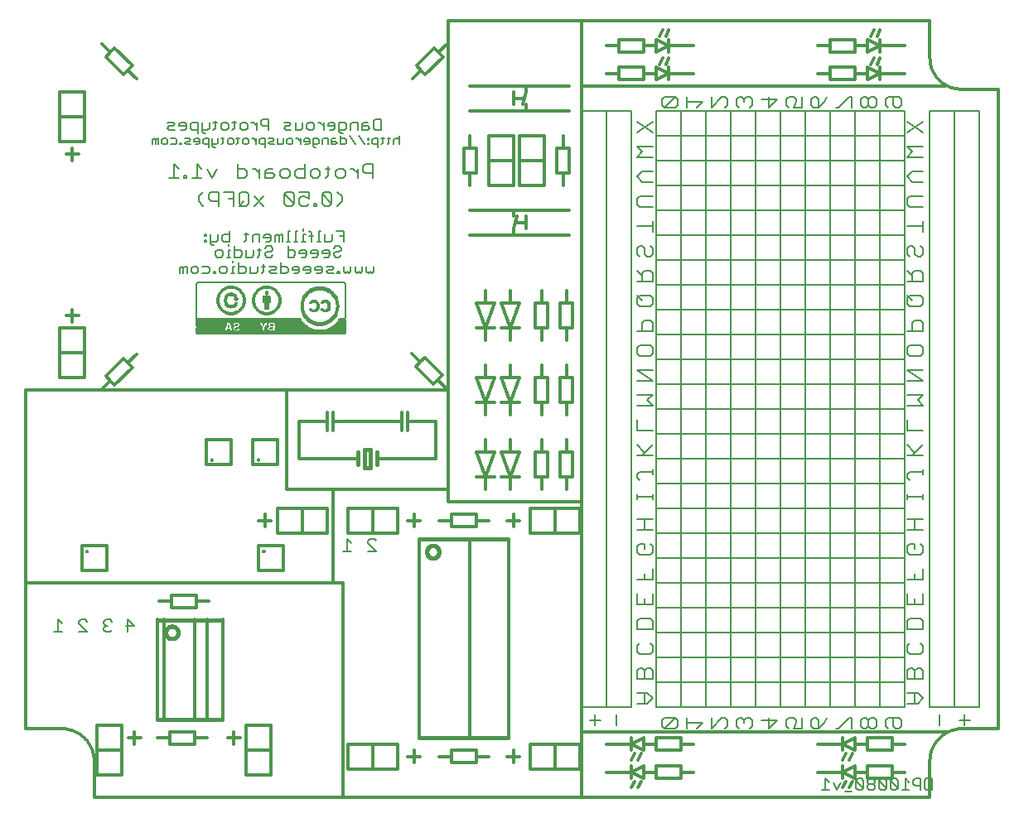
<source format=gbo>
G75*
G70*
%OFA0B0*%
%FSLAX24Y24*%
%IPPOS*%
%LPD*%
%AMOC8*
5,1,8,0,0,1.08239X$1,22.5*
%
%ADD10C,0.0060*%
%ADD11C,0.0120*%
%ADD12C,0.0160*%
%ADD13C,0.0080*%
%ADD14C,0.0050*%
%ADD15C,0.0070*%
%ADD16R,0.6015X0.0015*%
%ADD17R,0.6045X0.0015*%
%ADD18R,0.4395X0.0015*%
%ADD19R,0.1620X0.0015*%
%ADD20R,0.2865X0.0015*%
%ADD21R,0.0210X0.0015*%
%ADD22R,0.0975X0.0015*%
%ADD23R,0.0075X0.0015*%
%ADD24R,0.0165X0.0015*%
%ADD25R,0.1170X0.0015*%
%ADD26R,0.0180X0.0015*%
%ADD27R,0.0945X0.0015*%
%ADD28R,0.0045X0.0015*%
%ADD29R,0.1035X0.0015*%
%ADD30R,0.1785X0.0015*%
%ADD31R,0.0930X0.0015*%
%ADD32R,0.0150X0.0015*%
%ADD33R,0.0885X0.0015*%
%ADD34R,0.1650X0.0015*%
%ADD35R,0.0060X0.0015*%
%ADD36R,0.0030X0.0015*%
%ADD37R,0.0135X0.0015*%
%ADD38R,0.1185X0.0015*%
%ADD39R,0.0810X0.0015*%
%ADD40R,0.1575X0.0015*%
%ADD41R,0.0120X0.0015*%
%ADD42R,0.0915X0.0015*%
%ADD43R,0.0765X0.0015*%
%ADD44R,0.1530X0.0015*%
%ADD45R,0.1200X0.0015*%
%ADD46R,0.0735X0.0015*%
%ADD47R,0.1485X0.0015*%
%ADD48R,0.0690X0.0015*%
%ADD49R,0.1455X0.0015*%
%ADD50R,0.1110X0.0015*%
%ADD51R,0.0660X0.0015*%
%ADD52R,0.1425X0.0015*%
%ADD53R,0.1080X0.0015*%
%ADD54R,0.1215X0.0015*%
%ADD55R,0.0630X0.0015*%
%ADD56R,0.1395X0.0015*%
%ADD57R,0.0090X0.0015*%
%ADD58R,0.1020X0.0015*%
%ADD59R,0.0600X0.0015*%
%ADD60R,0.1365X0.0015*%
%ADD61R,0.0960X0.0015*%
%ADD62R,0.0585X0.0015*%
%ADD63R,0.1335X0.0015*%
%ADD64R,0.1230X0.0015*%
%ADD65R,0.0555X0.0015*%
%ADD66R,0.1320X0.0015*%
%ADD67R,0.0540X0.0015*%
%ADD68R,0.1290X0.0015*%
%ADD69R,0.0885X0.0015*%
%ADD70R,0.0225X0.0015*%
%ADD71R,0.1245X0.0015*%
%ADD72R,0.0510X0.0015*%
%ADD73R,0.0300X0.0015*%
%ADD74R,0.1275X0.0015*%
%ADD75R,0.0105X0.0015*%
%ADD76R,0.0270X0.0015*%
%ADD77R,0.0015X0.0015*%
%ADD78R,0.0495X0.0015*%
%ADD79R,0.0435X0.0015*%
%ADD80R,0.1260X0.0015*%
%ADD81R,0.0855X0.0015*%
%ADD82R,0.0480X0.0015*%
%ADD83R,0.0525X0.0015*%
%ADD84R,0.0465X0.0015*%
%ADD85R,0.0600X0.0015*%
%ADD86R,0.0450X0.0015*%
%ADD87R,0.0675X0.0015*%
%ADD88R,0.0840X0.0015*%
%ADD89R,0.0420X0.0015*%
%ADD90R,0.0735X0.0015*%
%ADD91R,0.0405X0.0015*%
%ADD92R,0.0780X0.0015*%
%ADD93R,0.0825X0.0015*%
%ADD94R,0.1155X0.0015*%
%ADD95R,0.0195X0.0015*%
%ADD96R,0.0390X0.0015*%
%ADD97R,0.2670X0.0015*%
%ADD98R,0.0375X0.0015*%
%ADD99R,0.4320X0.0015*%
%ADD100R,0.0360X0.0015*%
%ADD101R,0.0330X0.0015*%
%ADD102R,0.4305X0.0015*%
%ADD103R,0.0345X0.0015*%
%ADD104R,0.4290X0.0015*%
%ADD105R,0.0330X0.0015*%
%ADD106R,0.4275X0.0015*%
%ADD107R,0.0255X0.0015*%
%ADD108R,0.4260X0.0015*%
%ADD109R,0.0315X0.0015*%
%ADD110R,0.0240X0.0015*%
%ADD111R,0.0300X0.0015*%
%ADD112R,0.4245X0.0015*%
%ADD113R,0.0285X0.0015*%
%ADD114R,0.4230X0.0015*%
%ADD115R,0.0270X0.0015*%
%ADD116R,0.4215X0.0015*%
%ADD117R,0.0060X0.0015*%
%ADD118R,0.0360X0.0015*%
%ADD119R,0.0450X0.0015*%
%ADD120R,0.0510X0.0015*%
%ADD121R,0.0570X0.0015*%
%ADD122R,0.0555X0.0015*%
%ADD123R,0.0615X0.0015*%
%ADD124R,0.0660X0.0015*%
%ADD125R,0.0345X0.0015*%
%ADD126R,0.0390X0.0015*%
%ADD127R,0.0315X0.0015*%
%ADD128R,0.0420X0.0015*%
%ADD129R,0.0465X0.0015*%
%ADD130R,0.0375X0.0015*%
%ADD131R,0.0285X0.0015*%
%ADD132R,0.0405X0.0015*%
%ADD133R,0.0870X0.0015*%
%ADD134R,0.0720X0.0015*%
%ADD135R,0.0645X0.0015*%
%ADD136R,0.0585X0.0015*%
%ADD137R,0.0495X0.0015*%
%ADD138R,0.0540X0.0015*%
%ADD139R,0.0480X0.0015*%
%ADD140R,0.6015X0.0015*%
%ADD141R,0.5985X0.0015*%
%ADD142R,0.5955X0.0015*%
%ADD143R,0.5895X0.0015*%
D10*
X005898Y010197D02*
X006231Y010197D01*
X006064Y010197D02*
X006064Y010697D01*
X006231Y010530D01*
X006898Y010530D02*
X007231Y010197D01*
X006898Y010197D01*
X006898Y010530D02*
X006898Y010614D01*
X006981Y010697D01*
X007148Y010697D01*
X007231Y010614D01*
X007898Y010614D02*
X007898Y010530D01*
X007981Y010447D01*
X007898Y010363D01*
X007898Y010280D01*
X007981Y010197D01*
X008148Y010197D01*
X008231Y010280D01*
X008064Y010447D02*
X007981Y010447D01*
X007898Y010614D02*
X007981Y010697D01*
X008148Y010697D01*
X008231Y010614D01*
X008773Y010447D02*
X009106Y010447D01*
X008856Y010697D01*
X008856Y010197D01*
X007170Y013435D02*
X007172Y013447D01*
X007177Y013458D01*
X007186Y013467D01*
X007197Y013472D01*
X007209Y013474D01*
X007221Y013472D01*
X007232Y013467D01*
X007241Y013458D01*
X007246Y013447D01*
X007248Y013435D01*
X007246Y013423D01*
X007241Y013412D01*
X007232Y013403D01*
X007221Y013398D01*
X007209Y013396D01*
X007197Y013398D01*
X007186Y013403D01*
X007177Y013412D01*
X007172Y013423D01*
X007170Y013435D01*
X012204Y017115D02*
X012206Y017127D01*
X012211Y017138D01*
X012220Y017147D01*
X012231Y017152D01*
X012243Y017154D01*
X012255Y017152D01*
X012266Y017147D01*
X012275Y017138D01*
X012280Y017127D01*
X012282Y017115D01*
X012280Y017103D01*
X012275Y017092D01*
X012266Y017083D01*
X012255Y017078D01*
X012243Y017076D01*
X012231Y017078D01*
X012220Y017083D01*
X012211Y017092D01*
X012206Y017103D01*
X012204Y017115D01*
X014079Y017115D02*
X014081Y017127D01*
X014086Y017138D01*
X014095Y017147D01*
X014106Y017152D01*
X014118Y017154D01*
X014130Y017152D01*
X014141Y017147D01*
X014150Y017138D01*
X014155Y017127D01*
X014157Y017115D01*
X014155Y017103D01*
X014150Y017092D01*
X014141Y017083D01*
X014130Y017078D01*
X014118Y017076D01*
X014106Y017078D01*
X014095Y017083D01*
X014086Y017092D01*
X014081Y017103D01*
X014079Y017115D01*
X017689Y013947D02*
X017689Y013447D01*
X017523Y013447D02*
X017856Y013447D01*
X017856Y013780D02*
X017689Y013947D01*
X018523Y013864D02*
X018606Y013947D01*
X018773Y013947D01*
X018856Y013864D01*
X018523Y013864D02*
X018523Y013780D01*
X018856Y013447D01*
X018523Y013447D01*
X014295Y013435D02*
X014297Y013447D01*
X014302Y013458D01*
X014311Y013467D01*
X014322Y013472D01*
X014334Y013474D01*
X014346Y013472D01*
X014357Y013467D01*
X014366Y013458D01*
X014371Y013447D01*
X014373Y013435D01*
X014371Y013423D01*
X014366Y013412D01*
X014357Y013403D01*
X014346Y013398D01*
X014334Y013396D01*
X014322Y013398D01*
X014311Y013403D01*
X014302Y013412D01*
X014297Y013423D01*
X014295Y013435D01*
X014237Y024621D02*
X014310Y024694D01*
X014310Y024988D01*
X014383Y024914D02*
X014237Y024914D01*
X014076Y024914D02*
X014076Y024694D01*
X014003Y024621D01*
X013783Y024621D01*
X013783Y024914D01*
X013616Y024841D02*
X013543Y024914D01*
X013323Y024914D01*
X013323Y025061D02*
X013323Y024621D01*
X013543Y024621D01*
X013616Y024694D01*
X013616Y024841D01*
X013620Y025278D02*
X013620Y025571D01*
X013453Y025498D02*
X013380Y025571D01*
X013159Y025571D01*
X013159Y025718D02*
X013159Y025278D01*
X013380Y025278D01*
X013453Y025351D01*
X013453Y025498D01*
X013620Y025278D02*
X013840Y025278D01*
X013913Y025351D01*
X013913Y025571D01*
X014074Y025571D02*
X014220Y025571D01*
X014147Y025645D02*
X014147Y025351D01*
X014074Y025278D01*
X014387Y025351D02*
X014460Y025278D01*
X014607Y025278D01*
X014681Y025351D01*
X014607Y025498D02*
X014460Y025498D01*
X014387Y025425D01*
X014387Y025351D01*
X014607Y025498D02*
X014681Y025571D01*
X014681Y025645D01*
X014607Y025718D01*
X014460Y025718D01*
X014387Y025645D01*
X014407Y025907D02*
X014554Y025907D01*
X014627Y025980D01*
X014627Y026127D01*
X014554Y026200D01*
X014407Y026200D01*
X014333Y026127D01*
X014333Y026054D01*
X014627Y026054D01*
X014794Y026127D02*
X014794Y025907D01*
X014941Y025907D02*
X014941Y026127D01*
X014867Y026200D01*
X014794Y026127D01*
X014941Y026127D02*
X015014Y026200D01*
X015087Y026200D01*
X015087Y025907D01*
X015248Y025907D02*
X015394Y025907D01*
X015321Y025907D02*
X015321Y026347D01*
X015394Y026347D01*
X015628Y026347D02*
X015628Y025907D01*
X015701Y025907D02*
X015554Y025907D01*
X015861Y025907D02*
X016008Y025907D01*
X015935Y025907D02*
X015935Y026200D01*
X016008Y026200D01*
X015935Y026347D02*
X015935Y026421D01*
X016168Y026347D02*
X016242Y026274D01*
X016242Y025907D01*
X016315Y026127D02*
X016168Y026127D01*
X016475Y025907D02*
X016622Y025907D01*
X016548Y025907D02*
X016548Y026347D01*
X016622Y026347D01*
X016789Y026200D02*
X016789Y025907D01*
X017009Y025907D01*
X017082Y025980D01*
X017082Y026200D01*
X017249Y026347D02*
X017543Y026347D01*
X017543Y025907D01*
X017543Y026127D02*
X017396Y026127D01*
X017369Y025718D02*
X017223Y025718D01*
X017149Y025645D01*
X017223Y025498D02*
X017149Y025425D01*
X017149Y025351D01*
X017223Y025278D01*
X017369Y025278D01*
X017443Y025351D01*
X017369Y025498D02*
X017223Y025498D01*
X017369Y025498D02*
X017443Y025571D01*
X017443Y025645D01*
X017369Y025718D01*
X016982Y025498D02*
X016909Y025571D01*
X016762Y025571D01*
X016689Y025498D01*
X016689Y025425D01*
X016982Y025425D01*
X016982Y025498D02*
X016982Y025351D01*
X016909Y025278D01*
X016762Y025278D01*
X016522Y025351D02*
X016522Y025498D01*
X016449Y025571D01*
X016302Y025571D01*
X016228Y025498D01*
X016228Y025425D01*
X016522Y025425D01*
X016522Y025351D02*
X016449Y025278D01*
X016302Y025278D01*
X016062Y025351D02*
X016062Y025498D01*
X015988Y025571D01*
X015842Y025571D01*
X015768Y025498D01*
X015768Y025425D01*
X016062Y025425D01*
X016062Y025351D02*
X015988Y025278D01*
X015842Y025278D01*
X015601Y025351D02*
X015601Y025498D01*
X015528Y025571D01*
X015308Y025571D01*
X015308Y025718D02*
X015308Y025278D01*
X015528Y025278D01*
X015601Y025351D01*
X015544Y024914D02*
X015471Y024841D01*
X015471Y024767D01*
X015764Y024767D01*
X015764Y024694D02*
X015764Y024841D01*
X015691Y024914D01*
X015544Y024914D01*
X015304Y024841D02*
X015231Y024914D01*
X015011Y024914D01*
X015011Y025061D02*
X015011Y024621D01*
X015231Y024621D01*
X015304Y024694D01*
X015304Y024841D01*
X015544Y024621D02*
X015691Y024621D01*
X015764Y024694D01*
X015931Y024767D02*
X016225Y024767D01*
X016225Y024694D02*
X016225Y024841D01*
X016151Y024914D01*
X016005Y024914D01*
X015931Y024841D01*
X015931Y024767D01*
X016005Y024621D02*
X016151Y024621D01*
X016225Y024694D01*
X016392Y024767D02*
X016685Y024767D01*
X016685Y024694D02*
X016685Y024841D01*
X016612Y024914D01*
X016465Y024914D01*
X016392Y024841D01*
X016392Y024767D01*
X016465Y024621D02*
X016612Y024621D01*
X016685Y024694D01*
X016852Y024694D02*
X016925Y024767D01*
X017072Y024767D01*
X017146Y024841D01*
X017072Y024914D01*
X016852Y024914D01*
X016852Y024694D02*
X016925Y024621D01*
X017146Y024621D01*
X017302Y024621D02*
X017376Y024621D01*
X017376Y024694D01*
X017302Y024694D01*
X017302Y024621D01*
X017542Y024694D02*
X017542Y024914D01*
X017542Y024694D02*
X017616Y024621D01*
X017689Y024694D01*
X017763Y024621D01*
X017836Y024694D01*
X017836Y024914D01*
X018003Y024914D02*
X018003Y024694D01*
X018076Y024621D01*
X018150Y024694D01*
X018223Y024621D01*
X018296Y024694D01*
X018296Y024914D01*
X018463Y024914D02*
X018463Y024694D01*
X018537Y024621D01*
X018610Y024694D01*
X018683Y024621D01*
X018757Y024694D01*
X018757Y024914D01*
X015701Y026347D02*
X015628Y026347D01*
X014167Y026200D02*
X013947Y026200D01*
X013873Y026127D01*
X013873Y025907D01*
X013633Y025980D02*
X013560Y025907D01*
X013633Y025980D02*
X013633Y026274D01*
X013706Y026200D02*
X013560Y026200D01*
X014167Y026200D02*
X014167Y025907D01*
X012993Y025571D02*
X012919Y025571D01*
X012919Y025278D01*
X012846Y025278D02*
X012993Y025278D01*
X013082Y025134D02*
X013082Y025061D01*
X013082Y024914D02*
X013082Y024621D01*
X013009Y024621D02*
X013156Y024621D01*
X013156Y024914D02*
X013082Y024914D01*
X012849Y024841D02*
X012849Y024694D01*
X012776Y024621D01*
X012629Y024621D01*
X012555Y024694D01*
X012555Y024841D01*
X012629Y024914D01*
X012776Y024914D01*
X012849Y024841D01*
X012389Y024694D02*
X012315Y024694D01*
X012315Y024621D01*
X012389Y024621D01*
X012389Y024694D01*
X012158Y024694D02*
X012158Y024841D01*
X012085Y024914D01*
X011865Y024914D01*
X011698Y024841D02*
X011698Y024694D01*
X011625Y024621D01*
X011478Y024621D01*
X011404Y024694D01*
X011404Y024841D01*
X011478Y024914D01*
X011625Y024914D01*
X011698Y024841D01*
X011865Y024621D02*
X012085Y024621D01*
X012158Y024694D01*
X011238Y024621D02*
X011238Y024914D01*
X011164Y024914D01*
X011091Y024841D01*
X011018Y024914D01*
X010944Y024841D01*
X010944Y024621D01*
X011091Y024621D02*
X011091Y024841D01*
X012185Y025833D02*
X012259Y025760D01*
X012332Y025760D01*
X012405Y025907D02*
X012185Y025907D01*
X012185Y025833D02*
X012185Y026200D01*
X012018Y026200D02*
X012018Y026127D01*
X011945Y026127D01*
X011945Y026200D01*
X012018Y026200D01*
X012018Y025980D02*
X012018Y025907D01*
X011945Y025907D01*
X011945Y025980D01*
X012018Y025980D01*
X012405Y025907D02*
X012479Y025980D01*
X012479Y026200D01*
X012646Y026127D02*
X012719Y026200D01*
X012939Y026200D01*
X012939Y026347D02*
X012939Y025907D01*
X012719Y025907D01*
X012646Y025980D01*
X012646Y026127D01*
X012919Y025791D02*
X012919Y025718D01*
X012686Y025498D02*
X012686Y025351D01*
X012612Y025278D01*
X012466Y025278D01*
X012392Y025351D01*
X012392Y025498D01*
X012466Y025571D01*
X012612Y025571D01*
X012686Y025498D01*
X014550Y024914D02*
X014770Y024914D01*
X014844Y024841D01*
X014770Y024767D01*
X014624Y024767D01*
X014550Y024694D01*
X014624Y024621D01*
X014844Y024621D01*
X017441Y030260D02*
X017368Y030333D01*
X017368Y030700D01*
X017588Y030700D01*
X017661Y030627D01*
X017661Y030480D01*
X017588Y030407D01*
X017368Y030407D01*
X017441Y030260D02*
X017515Y030260D01*
X017828Y030407D02*
X017828Y030627D01*
X017902Y030700D01*
X018122Y030700D01*
X018122Y030407D01*
X018289Y030407D02*
X018509Y030407D01*
X018582Y030480D01*
X018509Y030554D01*
X018289Y030554D01*
X018289Y030627D02*
X018289Y030407D01*
X018289Y030627D02*
X018362Y030700D01*
X018509Y030700D01*
X018749Y030774D02*
X018749Y030480D01*
X018822Y030407D01*
X019043Y030407D01*
X019043Y030847D01*
X018822Y030847D01*
X018749Y030774D01*
X017201Y030627D02*
X017128Y030700D01*
X016981Y030700D01*
X016908Y030627D01*
X016908Y030554D01*
X017201Y030554D01*
X017201Y030627D02*
X017201Y030480D01*
X017128Y030407D01*
X016981Y030407D01*
X016741Y030407D02*
X016741Y030700D01*
X016741Y030554D02*
X016594Y030700D01*
X016521Y030700D01*
X016357Y030627D02*
X016357Y030480D01*
X016284Y030407D01*
X016137Y030407D01*
X016064Y030480D01*
X016064Y030627D01*
X016137Y030700D01*
X016284Y030700D01*
X016357Y030627D01*
X015897Y030700D02*
X015897Y030480D01*
X015823Y030407D01*
X015603Y030407D01*
X015603Y030700D01*
X015436Y030627D02*
X015363Y030700D01*
X015143Y030700D01*
X015216Y030554D02*
X015363Y030554D01*
X015436Y030627D01*
X015436Y030407D02*
X015216Y030407D01*
X015143Y030480D01*
X015216Y030554D01*
X014516Y030554D02*
X014296Y030554D01*
X014222Y030627D01*
X014222Y030774D01*
X014296Y030847D01*
X014516Y030847D01*
X014516Y030407D01*
X014055Y030407D02*
X014055Y030700D01*
X014055Y030554D02*
X013909Y030700D01*
X013835Y030700D01*
X013672Y030627D02*
X013672Y030480D01*
X013598Y030407D01*
X013452Y030407D01*
X013378Y030480D01*
X013378Y030627D01*
X013452Y030700D01*
X013598Y030700D01*
X013672Y030627D01*
X013211Y030700D02*
X013065Y030700D01*
X013138Y030774D02*
X013138Y030480D01*
X013065Y030407D01*
X012905Y030480D02*
X012831Y030407D01*
X012684Y030407D01*
X012611Y030480D01*
X012611Y030627D01*
X012684Y030700D01*
X012831Y030700D01*
X012905Y030627D01*
X012905Y030480D01*
X012444Y030700D02*
X012297Y030700D01*
X012371Y030774D02*
X012371Y030480D01*
X012297Y030407D01*
X012137Y030480D02*
X012064Y030407D01*
X011844Y030407D01*
X011844Y030333D02*
X011844Y030700D01*
X011677Y030700D02*
X011677Y030260D01*
X011677Y030407D02*
X011457Y030407D01*
X011383Y030480D01*
X011383Y030627D01*
X011457Y030700D01*
X011677Y030700D01*
X011844Y030333D02*
X011917Y030260D01*
X011991Y030260D01*
X012137Y030480D02*
X012137Y030700D01*
X011217Y030627D02*
X011143Y030700D01*
X010996Y030700D01*
X010923Y030627D01*
X010923Y030554D01*
X011217Y030554D01*
X011217Y030627D02*
X011217Y030480D01*
X011143Y030407D01*
X010996Y030407D01*
X010756Y030407D02*
X010536Y030407D01*
X010463Y030480D01*
X010536Y030554D01*
X010683Y030554D01*
X010756Y030627D01*
X010683Y030700D01*
X010463Y030700D01*
X036930Y004281D02*
X036930Y003840D01*
X036784Y003840D02*
X037077Y003840D01*
X037077Y004134D02*
X036930Y004281D01*
X037244Y004134D02*
X037391Y003840D01*
X037538Y004134D01*
X037704Y003767D02*
X037998Y003767D01*
X038165Y003914D02*
X038238Y003840D01*
X038385Y003840D01*
X038458Y003914D01*
X038165Y004207D01*
X038165Y003914D01*
X038458Y003914D02*
X038458Y004207D01*
X038385Y004281D01*
X038238Y004281D01*
X038165Y004207D01*
X038625Y004207D02*
X038625Y004134D01*
X038698Y004061D01*
X038845Y004061D01*
X038919Y004134D01*
X038919Y004207D01*
X038845Y004281D01*
X038698Y004281D01*
X038625Y004207D01*
X038698Y004061D02*
X038625Y003987D01*
X038625Y003914D01*
X038698Y003840D01*
X038845Y003840D01*
X038919Y003914D01*
X038919Y003987D01*
X038845Y004061D01*
X039085Y004207D02*
X039379Y003914D01*
X039306Y003840D01*
X039159Y003840D01*
X039085Y003914D01*
X039085Y004207D01*
X039159Y004281D01*
X039306Y004281D01*
X039379Y004207D01*
X039379Y003914D01*
X039546Y003914D02*
X039619Y003840D01*
X039766Y003840D01*
X039839Y003914D01*
X039546Y004207D01*
X039546Y003914D01*
X039546Y004207D02*
X039619Y004281D01*
X039766Y004281D01*
X039839Y004207D01*
X039839Y003914D01*
X040006Y003840D02*
X040300Y003840D01*
X040153Y003840D02*
X040153Y004281D01*
X040300Y004134D01*
X040466Y004207D02*
X040466Y004061D01*
X040540Y003987D01*
X040760Y003987D01*
X040760Y003840D02*
X040760Y004281D01*
X040540Y004281D01*
X040466Y004207D01*
X040927Y004207D02*
X040927Y003914D01*
X041000Y003840D01*
X041220Y003840D01*
X041220Y004281D01*
X041000Y004281D01*
X040927Y004207D01*
D11*
X007512Y005042D02*
X007506Y005112D01*
X007497Y005183D01*
X007484Y005253D01*
X007467Y005322D01*
X007447Y005390D01*
X007423Y005457D01*
X007395Y005523D01*
X007364Y005587D01*
X007329Y005649D01*
X007291Y005709D01*
X007250Y005767D01*
X007206Y005823D01*
X007159Y005876D01*
X007109Y005927D01*
X007056Y005975D01*
X007001Y006020D01*
X006944Y006062D01*
X006884Y006100D01*
X006822Y006136D01*
X006759Y006168D01*
X006693Y006196D01*
X006627Y006221D01*
X006559Y006243D01*
X006490Y006260D01*
X006420Y006274D01*
X006350Y006284D01*
X006279Y006291D01*
X006208Y006293D01*
X006137Y006292D01*
X006136Y006292D02*
X004761Y006292D01*
X004761Y019917D01*
X015261Y019917D01*
X021761Y019917D01*
X021761Y034792D01*
X027136Y034792D01*
X041136Y034792D01*
X041136Y033292D01*
X040136Y033792D02*
X039136Y033792D01*
X038636Y034042D01*
X038636Y033792D01*
X038136Y033792D01*
X038136Y033542D01*
X037136Y033542D01*
X037136Y033792D01*
X036636Y033792D01*
X037136Y033792D02*
X037136Y034042D01*
X038136Y034042D01*
X038136Y033792D01*
X038636Y033792D02*
X038636Y033542D01*
X039136Y033792D01*
X039136Y033542D01*
X039136Y033792D02*
X039136Y034042D01*
X039011Y034167D02*
X039136Y034417D01*
X038886Y034417D02*
X038761Y034167D01*
X038886Y033292D02*
X038761Y033042D01*
X038636Y032917D02*
X039136Y032667D01*
X038636Y032417D01*
X038636Y032667D01*
X038136Y032667D01*
X038136Y032417D01*
X037136Y032417D01*
X037136Y032667D01*
X036636Y032667D01*
X037136Y032667D02*
X037136Y032917D01*
X038136Y032917D01*
X038136Y032667D01*
X038636Y032667D02*
X038636Y032917D01*
X039011Y033042D02*
X039136Y033292D01*
X039136Y032917D02*
X039136Y032667D01*
X039136Y032417D01*
X039136Y032667D02*
X040136Y032667D01*
X041761Y032167D02*
X027136Y032167D01*
X027136Y015417D01*
X021761Y015417D01*
X021761Y015917D01*
X017136Y015917D01*
X017136Y012167D01*
X004761Y012167D01*
X007011Y012667D02*
X007011Y013667D01*
X008011Y013667D01*
X008011Y012667D01*
X007011Y012667D01*
X010136Y011417D02*
X010636Y011417D01*
X010636Y011667D01*
X011636Y011667D01*
X011636Y011417D01*
X012136Y011417D01*
X011636Y011417D02*
X011636Y011167D01*
X010636Y011167D01*
X010636Y011417D01*
X010313Y010693D02*
X010313Y009693D01*
X010313Y009670D02*
X010313Y008670D01*
X010313Y008646D02*
X010313Y007646D01*
X010313Y007622D02*
X010313Y006622D01*
X010063Y006622D02*
X010063Y007622D01*
X010063Y007646D02*
X010063Y008646D01*
X010063Y008670D02*
X010063Y009670D01*
X010063Y009693D02*
X010063Y010693D01*
X011563Y010693D02*
X011563Y009693D01*
X011563Y009670D02*
X011563Y008670D01*
X011563Y008646D02*
X011563Y007646D01*
X011563Y007622D02*
X011563Y006622D01*
X011563Y006167D02*
X011563Y005917D01*
X012063Y005917D01*
X011563Y005917D02*
X011563Y005667D01*
X010563Y005667D01*
X010563Y005917D01*
X010063Y005917D01*
X010563Y005917D02*
X010563Y006167D01*
X011563Y006167D01*
X012063Y006622D02*
X012063Y007622D01*
X012063Y007646D02*
X012063Y008646D01*
X012063Y008670D02*
X012063Y009670D01*
X012063Y009693D02*
X012063Y010693D01*
X012688Y010693D02*
X012688Y009693D01*
X012688Y009670D02*
X012688Y008670D01*
X012688Y008646D02*
X012688Y007646D01*
X012688Y007622D02*
X012688Y006622D01*
X013136Y006167D02*
X013136Y005667D01*
X013386Y005917D02*
X012886Y005917D01*
X013636Y006417D02*
X013636Y005417D01*
X014636Y005417D01*
X014636Y004417D01*
X013636Y004417D01*
X013636Y005417D01*
X014636Y005417D02*
X014636Y006417D01*
X013636Y006417D01*
X017705Y005667D02*
X017705Y004667D01*
X018705Y004667D01*
X018705Y005667D01*
X019705Y005667D01*
X019705Y004667D01*
X018705Y004667D01*
X018705Y005667D02*
X017705Y005667D01*
X020136Y005167D02*
X020636Y005167D01*
X020386Y004917D02*
X020386Y005417D01*
X020575Y005893D02*
X020575Y006940D01*
X020575Y006893D02*
X020575Y007940D01*
X020575Y007893D02*
X020575Y008940D01*
X020575Y008893D02*
X020575Y009940D01*
X020575Y009893D02*
X020575Y010940D01*
X020575Y010893D02*
X020575Y011940D01*
X020575Y011893D02*
X020575Y012940D01*
X020575Y012893D02*
X020575Y013940D01*
X020386Y014417D02*
X020386Y014917D01*
X020136Y014667D02*
X020636Y014667D01*
X019705Y015167D02*
X018705Y015167D01*
X018705Y014167D01*
X017705Y014167D01*
X017705Y015167D01*
X018705Y015167D01*
X019705Y015167D02*
X019705Y014167D01*
X018705Y014167D01*
X016886Y014167D02*
X016886Y015167D01*
X015886Y015167D01*
X015886Y014167D01*
X014886Y014167D01*
X014886Y015167D01*
X015886Y015167D01*
X015261Y015917D02*
X015261Y019917D01*
X016886Y019042D02*
X016886Y018667D01*
X015761Y018667D01*
X015761Y017167D01*
X018136Y017167D01*
X018886Y017167D02*
X021261Y017167D01*
X021261Y018667D01*
X020136Y018667D01*
X020136Y018292D01*
X019886Y018292D02*
X019886Y018667D01*
X017136Y018667D01*
X017136Y018292D01*
X016886Y018292D02*
X016886Y018667D01*
X017136Y018667D02*
X017136Y019042D01*
X014886Y017917D02*
X014886Y016917D01*
X013886Y016917D01*
X013886Y017917D01*
X014886Y017917D01*
X013011Y017917D02*
X013011Y016917D01*
X012011Y016917D01*
X012011Y017917D01*
X013011Y017917D01*
X015261Y015917D02*
X017136Y015917D01*
X014636Y014667D02*
X014136Y014667D01*
X014386Y014917D02*
X014386Y014417D01*
X014136Y013667D02*
X015136Y013667D01*
X015136Y012667D01*
X014136Y012667D01*
X014136Y013667D01*
X015886Y014167D02*
X016886Y014167D01*
X017136Y012167D02*
X017511Y012167D01*
X017511Y003542D01*
X027136Y003542D01*
X041136Y003542D01*
X041136Y005042D01*
X040136Y004542D02*
X039636Y004542D01*
X039636Y004292D01*
X038636Y004292D01*
X038636Y004542D01*
X038136Y004542D01*
X038136Y004292D01*
X037636Y004542D01*
X038136Y004792D01*
X038136Y004542D01*
X038011Y004167D02*
X037886Y003917D01*
X037636Y003917D02*
X037761Y004167D01*
X037636Y004292D02*
X037636Y004542D01*
X037636Y004792D01*
X037636Y005042D02*
X037761Y005292D01*
X037636Y005417D02*
X037636Y005667D01*
X038136Y005417D01*
X038136Y005667D01*
X038636Y005667D01*
X038636Y005917D01*
X039636Y005917D01*
X039636Y005667D01*
X040136Y005667D01*
X039636Y005667D02*
X039636Y005417D01*
X038636Y005417D01*
X038636Y005667D01*
X038136Y005667D02*
X038136Y005917D01*
X037636Y005667D01*
X037636Y005917D01*
X037636Y005667D02*
X036636Y005667D01*
X037886Y005042D02*
X038011Y005292D01*
X038636Y004792D02*
X038636Y004542D01*
X038636Y004792D02*
X039636Y004792D01*
X039636Y004542D01*
X037636Y004542D02*
X036636Y004542D01*
X031636Y004542D02*
X031136Y004542D01*
X031136Y004292D01*
X030136Y004292D01*
X030136Y004542D01*
X029636Y004542D01*
X029636Y004292D01*
X029136Y004542D01*
X029636Y004792D01*
X029636Y004542D01*
X029511Y004167D02*
X029386Y003917D01*
X029136Y003917D02*
X029261Y004167D01*
X029136Y004292D02*
X029136Y004542D01*
X029136Y004792D01*
X029136Y005042D02*
X029261Y005292D01*
X029136Y005417D02*
X029136Y005667D01*
X029636Y005417D01*
X029636Y005667D01*
X030136Y005667D01*
X030136Y005917D01*
X031136Y005917D01*
X031136Y005667D01*
X031636Y005667D01*
X031136Y005667D02*
X031136Y005417D01*
X030136Y005417D01*
X030136Y005667D01*
X029636Y005667D02*
X029636Y005917D01*
X029136Y005667D01*
X029136Y005917D01*
X029136Y005667D02*
X028136Y005667D01*
X027067Y005667D02*
X026067Y005667D01*
X026067Y004667D01*
X025067Y004667D01*
X025067Y005667D01*
X026067Y005667D01*
X027067Y005667D02*
X027067Y004667D01*
X026067Y004667D01*
X024636Y005167D02*
X024136Y005167D01*
X024386Y004917D02*
X024386Y005417D01*
X024197Y005893D02*
X024197Y006940D01*
X024197Y006893D02*
X024197Y007940D01*
X024197Y007893D02*
X024197Y008940D01*
X024197Y008893D02*
X024197Y009940D01*
X024197Y009893D02*
X024197Y010940D01*
X024197Y010893D02*
X024197Y011940D01*
X024197Y011893D02*
X024197Y012940D01*
X024197Y012893D02*
X024197Y013940D01*
X024386Y014417D02*
X024386Y014917D01*
X024136Y014667D02*
X024636Y014667D01*
X025067Y015167D02*
X026067Y015167D01*
X026067Y014167D01*
X025067Y014167D01*
X025067Y015167D01*
X025511Y015917D02*
X025511Y016417D01*
X025261Y016417D01*
X025261Y017417D01*
X025511Y017417D01*
X025511Y017917D01*
X025511Y017417D02*
X025761Y017417D01*
X025761Y016417D01*
X025511Y016417D01*
X024636Y016417D02*
X024261Y016417D01*
X023886Y017417D01*
X024261Y017417D01*
X024261Y017917D01*
X024261Y017417D02*
X024636Y017417D01*
X024261Y016417D01*
X023886Y016417D01*
X023636Y016417D02*
X023261Y016417D01*
X022886Y017417D01*
X023261Y017417D01*
X023261Y017917D01*
X023261Y017417D02*
X023636Y017417D01*
X023261Y016417D01*
X022886Y016417D01*
X023261Y016417D02*
X023261Y015917D01*
X024261Y015917D02*
X024261Y016417D01*
X026067Y015167D02*
X027067Y015167D01*
X027067Y014167D01*
X026067Y014167D01*
X027136Y015417D02*
X027136Y006167D01*
X027136Y003542D01*
X028136Y004542D02*
X029136Y004542D01*
X029386Y005042D02*
X029511Y005292D01*
X030136Y004792D02*
X030136Y004542D01*
X030136Y004792D02*
X031136Y004792D01*
X031136Y004542D01*
X027136Y006167D02*
X041886Y006167D01*
X042511Y006292D02*
X043886Y006292D01*
X043886Y032042D01*
X042386Y032042D01*
X042318Y032044D01*
X042251Y032049D01*
X042184Y032058D01*
X042117Y032071D01*
X042052Y032088D01*
X041987Y032107D01*
X041923Y032131D01*
X041861Y032158D01*
X041800Y032188D01*
X041742Y032221D01*
X041685Y032257D01*
X041630Y032297D01*
X041577Y032339D01*
X041526Y032385D01*
X041479Y032432D01*
X041433Y032483D01*
X041391Y032536D01*
X041351Y032591D01*
X041315Y032648D01*
X041282Y032706D01*
X041252Y032767D01*
X041225Y032829D01*
X041201Y032893D01*
X041182Y032958D01*
X041165Y033023D01*
X041152Y033090D01*
X041143Y033157D01*
X041138Y033224D01*
X041136Y033292D01*
X031636Y033792D02*
X030636Y033792D01*
X030136Y034042D01*
X030136Y033792D01*
X029636Y033792D01*
X029636Y033542D01*
X028636Y033542D01*
X028636Y033792D01*
X028136Y033792D01*
X028636Y033792D02*
X028636Y034042D01*
X029636Y034042D01*
X029636Y033792D01*
X030136Y033792D02*
X030136Y033542D01*
X030636Y033792D01*
X030636Y033542D01*
X030636Y033792D02*
X030636Y034042D01*
X030511Y034167D02*
X030636Y034417D01*
X030386Y034417D02*
X030261Y034167D01*
X030386Y033292D02*
X030261Y033042D01*
X030136Y032917D02*
X030636Y032667D01*
X030136Y032417D01*
X030136Y032667D01*
X029636Y032667D01*
X029636Y032417D01*
X028636Y032417D01*
X028636Y032667D01*
X028136Y032667D01*
X028636Y032667D02*
X028636Y032917D01*
X029636Y032917D01*
X029636Y032667D01*
X030136Y032667D02*
X030136Y032917D01*
X030511Y033042D02*
X030636Y033292D01*
X030636Y032917D02*
X030636Y032667D01*
X030636Y032417D01*
X030636Y032667D02*
X031636Y032667D01*
X027136Y032167D02*
X027136Y034792D01*
X026636Y032167D02*
X022636Y032167D01*
X022636Y031167D02*
X026636Y031167D01*
X026386Y030167D02*
X026386Y029667D01*
X026636Y029667D01*
X026636Y028667D01*
X026386Y028667D01*
X026386Y028167D01*
X026386Y028667D02*
X026136Y028667D01*
X026136Y029667D01*
X026386Y029667D01*
X025636Y030167D02*
X025636Y029167D01*
X024636Y029167D01*
X024636Y030167D01*
X025636Y030167D01*
X024386Y030167D02*
X024386Y029167D01*
X023386Y029167D01*
X023386Y030167D01*
X024386Y030167D01*
X024386Y029167D02*
X024386Y028167D01*
X023386Y028167D01*
X023386Y029167D01*
X022886Y029667D02*
X022886Y028667D01*
X022636Y028667D01*
X022636Y028167D01*
X022636Y028667D02*
X022386Y028667D01*
X022386Y029667D01*
X022636Y029667D01*
X022636Y030167D01*
X022636Y029667D02*
X022886Y029667D01*
X024636Y029167D02*
X024636Y028167D01*
X025636Y028167D01*
X025636Y029167D01*
X026636Y027167D02*
X022636Y027167D01*
X022636Y026167D02*
X026636Y026167D01*
X024886Y026417D02*
X024886Y026667D01*
X024511Y026667D01*
X024511Y026917D02*
X024386Y026417D01*
X024386Y026167D01*
X024886Y026667D02*
X024886Y026917D01*
X024386Y026917D02*
X024386Y027167D01*
X024261Y023917D02*
X024261Y023417D01*
X024636Y023417D01*
X024261Y022417D01*
X023886Y023417D01*
X024261Y023417D01*
X023636Y023417D02*
X023261Y023417D01*
X023261Y023917D01*
X023261Y023417D02*
X022886Y023417D01*
X023261Y022417D01*
X023636Y023417D01*
X023636Y022417D02*
X023261Y022417D01*
X022886Y022417D01*
X023261Y022417D02*
X023261Y021917D01*
X023886Y022417D02*
X024261Y022417D01*
X024636Y022417D01*
X024261Y022417D02*
X024261Y021917D01*
X025261Y022417D02*
X025261Y023417D01*
X025511Y023417D01*
X025511Y023917D01*
X025511Y023417D02*
X025761Y023417D01*
X025761Y022417D01*
X025511Y022417D01*
X025511Y021917D01*
X025511Y022417D02*
X025261Y022417D01*
X026261Y022417D02*
X026261Y023417D01*
X026511Y023417D01*
X026511Y023917D01*
X026511Y023417D02*
X026761Y023417D01*
X026761Y022417D01*
X026511Y022417D01*
X026511Y021917D01*
X026511Y022417D02*
X026261Y022417D01*
X026511Y020917D02*
X026511Y020417D01*
X026761Y020417D01*
X026761Y019417D01*
X026511Y019417D01*
X026511Y018917D01*
X026511Y019417D02*
X026261Y019417D01*
X026261Y020417D01*
X026511Y020417D01*
X025761Y020417D02*
X025761Y019417D01*
X025511Y019417D01*
X025511Y018917D01*
X025511Y019417D02*
X025261Y019417D01*
X025261Y020417D01*
X025511Y020417D01*
X025511Y020917D01*
X025511Y020417D02*
X025761Y020417D01*
X024636Y020417D02*
X024261Y020417D01*
X024261Y020917D01*
X024261Y020417D02*
X023886Y020417D01*
X024261Y019417D01*
X024636Y020417D01*
X023636Y020417D02*
X023261Y020417D01*
X023261Y020917D01*
X023261Y020417D02*
X022886Y020417D01*
X023261Y019417D01*
X023636Y020417D01*
X023636Y019417D02*
X023261Y019417D01*
X022886Y019417D01*
X023261Y019417D02*
X023261Y018917D01*
X023886Y019417D02*
X024261Y019417D01*
X024636Y019417D01*
X024261Y019417D02*
X024261Y018917D01*
X026511Y017917D02*
X026511Y017417D01*
X026761Y017417D01*
X026761Y016417D01*
X026511Y016417D01*
X026511Y015917D01*
X026511Y016417D02*
X026261Y016417D01*
X026261Y017417D01*
X026511Y017417D01*
X023386Y014667D02*
X022886Y014667D01*
X022886Y014417D01*
X021886Y014417D01*
X021886Y014667D01*
X021386Y014667D01*
X021886Y014667D02*
X021886Y014917D01*
X022886Y014917D01*
X022886Y014667D01*
X022636Y013917D02*
X022636Y012917D01*
X022636Y011917D01*
X022636Y010917D01*
X022636Y009917D01*
X022636Y008917D01*
X022636Y007917D01*
X022636Y006917D01*
X022636Y005917D01*
X022886Y005417D02*
X021886Y005417D01*
X021886Y005167D01*
X021386Y005167D01*
X021886Y005167D02*
X021886Y004917D01*
X022886Y004917D01*
X022886Y005167D01*
X023386Y005167D01*
X022886Y005167D02*
X022886Y005417D01*
X017511Y003542D02*
X007511Y003542D01*
X007511Y005042D01*
X007636Y005417D02*
X007636Y006417D01*
X008636Y006417D01*
X008636Y005417D01*
X007636Y005417D01*
X007636Y004417D01*
X008636Y004417D01*
X008636Y005417D01*
X008886Y005917D02*
X009386Y005917D01*
X009136Y005667D02*
X009136Y006167D01*
X021761Y015917D02*
X021761Y019917D01*
X021688Y019990D02*
X021334Y020343D01*
X021158Y020167D01*
X020451Y020874D01*
X020627Y021051D01*
X020274Y021404D01*
X020627Y021051D02*
X020804Y021227D01*
X021511Y020520D01*
X021334Y020343D01*
X020136Y019042D02*
X020136Y018667D01*
X019886Y018667D02*
X019886Y019042D01*
X009218Y021374D02*
X008865Y021020D01*
X009042Y020843D01*
X008334Y020136D01*
X008158Y020313D01*
X007804Y019960D01*
X008158Y020313D02*
X007981Y020490D01*
X008688Y021197D01*
X008865Y021020D01*
X007136Y021417D02*
X007136Y022417D01*
X006136Y022417D01*
X006136Y021417D01*
X007136Y021417D01*
X007136Y020417D01*
X006136Y020417D01*
X006136Y021417D01*
X006636Y022667D02*
X006636Y023167D01*
X006886Y022917D02*
X006386Y022917D01*
X006636Y029167D02*
X006636Y029667D01*
X006886Y029417D02*
X006386Y029417D01*
X006136Y029917D02*
X006136Y030917D01*
X006136Y031917D01*
X007136Y031917D01*
X007136Y030917D01*
X006136Y030917D01*
X007136Y030917D02*
X007136Y029917D01*
X006136Y029917D01*
X008865Y032813D02*
X009218Y032460D01*
X008865Y032813D02*
X008688Y032636D01*
X007981Y033343D01*
X008158Y033520D01*
X007804Y033874D01*
X008158Y033520D02*
X008334Y033697D01*
X009042Y032990D01*
X008865Y032813D01*
X020304Y032460D02*
X020658Y032813D01*
X020481Y032990D01*
X021188Y033697D01*
X021365Y033520D01*
X021718Y033874D01*
X021365Y033520D02*
X021542Y033343D01*
X020834Y032636D01*
X020658Y032813D01*
X024386Y031917D02*
X024386Y031667D01*
X024761Y031667D01*
X024761Y031417D02*
X024886Y031917D01*
X024886Y032167D01*
X024386Y031667D02*
X024386Y031417D01*
X024886Y031417D02*
X024886Y031167D01*
X042512Y006292D02*
X042440Y006293D01*
X042369Y006291D01*
X042298Y006284D01*
X042228Y006274D01*
X042158Y006260D01*
X042089Y006243D01*
X042021Y006221D01*
X041955Y006196D01*
X041889Y006168D01*
X041826Y006136D01*
X041764Y006100D01*
X041704Y006062D01*
X041647Y006020D01*
X041592Y005975D01*
X041539Y005927D01*
X041489Y005876D01*
X041442Y005823D01*
X041398Y005767D01*
X041357Y005709D01*
X041319Y005649D01*
X041284Y005587D01*
X041253Y005523D01*
X041225Y005457D01*
X041201Y005390D01*
X041181Y005322D01*
X041164Y005253D01*
X041151Y005183D01*
X041142Y005112D01*
X041136Y005041D01*
D12*
X024136Y005917D02*
X020636Y005917D01*
X012636Y006667D02*
X010136Y006667D01*
X010386Y010167D02*
X010388Y010198D01*
X010394Y010229D01*
X010404Y010259D01*
X010417Y010287D01*
X010434Y010314D01*
X010454Y010338D01*
X010477Y010360D01*
X010502Y010378D01*
X010530Y010393D01*
X010559Y010405D01*
X010589Y010413D01*
X010620Y010417D01*
X010652Y010417D01*
X010683Y010413D01*
X010713Y010405D01*
X010742Y010393D01*
X010770Y010378D01*
X010795Y010360D01*
X010818Y010338D01*
X010838Y010314D01*
X010855Y010287D01*
X010868Y010259D01*
X010878Y010229D01*
X010884Y010198D01*
X010886Y010167D01*
X010884Y010136D01*
X010878Y010105D01*
X010868Y010075D01*
X010855Y010047D01*
X010838Y010020D01*
X010818Y009996D01*
X010795Y009974D01*
X010770Y009956D01*
X010742Y009941D01*
X010713Y009929D01*
X010683Y009921D01*
X010652Y009917D01*
X010620Y009917D01*
X010589Y009921D01*
X010559Y009929D01*
X010530Y009941D01*
X010502Y009956D01*
X010477Y009974D01*
X010454Y009996D01*
X010434Y010020D01*
X010417Y010047D01*
X010404Y010075D01*
X010394Y010105D01*
X010388Y010136D01*
X010386Y010167D01*
X010136Y010667D02*
X012636Y010667D01*
X020636Y013917D02*
X024136Y013917D01*
X020886Y013417D02*
X020888Y013448D01*
X020894Y013479D01*
X020904Y013509D01*
X020917Y013537D01*
X020934Y013564D01*
X020954Y013588D01*
X020977Y013610D01*
X021002Y013628D01*
X021030Y013643D01*
X021059Y013655D01*
X021089Y013663D01*
X021120Y013667D01*
X021152Y013667D01*
X021183Y013663D01*
X021213Y013655D01*
X021242Y013643D01*
X021270Y013628D01*
X021295Y013610D01*
X021318Y013588D01*
X021338Y013564D01*
X021355Y013537D01*
X021368Y013509D01*
X021378Y013479D01*
X021384Y013448D01*
X021386Y013417D01*
X021384Y013386D01*
X021378Y013355D01*
X021368Y013325D01*
X021355Y013297D01*
X021338Y013270D01*
X021318Y013246D01*
X021295Y013224D01*
X021270Y013206D01*
X021242Y013191D01*
X021213Y013179D01*
X021183Y013171D01*
X021152Y013167D01*
X021120Y013167D01*
X021089Y013171D01*
X021059Y013179D01*
X021030Y013191D01*
X021002Y013206D01*
X020977Y013224D01*
X020954Y013246D01*
X020934Y013270D01*
X020917Y013297D01*
X020904Y013325D01*
X020894Y013355D01*
X020888Y013386D01*
X020886Y013417D01*
X018636Y016792D02*
X018386Y016792D01*
X018386Y017542D01*
X018636Y017542D01*
X018636Y016792D01*
X018886Y016917D02*
X018886Y017167D01*
X018886Y017417D01*
X018136Y017417D02*
X018136Y017167D01*
X018136Y016917D01*
D13*
X017278Y027332D02*
X017471Y027525D01*
X017471Y027719D01*
X017278Y027912D01*
X017066Y027815D02*
X016969Y027912D01*
X016776Y027912D01*
X016679Y027815D01*
X017066Y027428D01*
X016969Y027332D01*
X016776Y027332D01*
X016679Y027428D01*
X016679Y027815D01*
X017066Y027815D02*
X017066Y027428D01*
X016458Y027428D02*
X016458Y027332D01*
X016362Y027332D01*
X016362Y027428D01*
X016458Y027428D01*
X016155Y027428D02*
X016058Y027332D01*
X015864Y027332D01*
X015768Y027428D01*
X015768Y027622D01*
X015864Y027719D01*
X015961Y027719D01*
X016155Y027622D01*
X016155Y027912D01*
X015768Y027912D01*
X015547Y027815D02*
X015547Y027428D01*
X015160Y027815D01*
X015160Y027428D01*
X015257Y027332D01*
X015450Y027332D01*
X015547Y027428D01*
X015547Y027815D02*
X015450Y027912D01*
X015257Y027912D01*
X015160Y027815D01*
X015089Y028457D02*
X014992Y028553D01*
X014992Y028747D01*
X015089Y028844D01*
X015282Y028844D01*
X015379Y028747D01*
X015379Y028553D01*
X015282Y028457D01*
X015089Y028457D01*
X014771Y028553D02*
X014674Y028650D01*
X014384Y028650D01*
X014384Y028747D02*
X014384Y028457D01*
X014674Y028457D01*
X014771Y028553D01*
X014674Y028844D02*
X014481Y028844D01*
X014384Y028747D01*
X014163Y028844D02*
X014163Y028457D01*
X014163Y028650D02*
X013970Y028844D01*
X013873Y028844D01*
X013657Y028747D02*
X013560Y028844D01*
X013270Y028844D01*
X013270Y029037D02*
X013270Y028457D01*
X013560Y028457D01*
X013657Y028553D01*
X013657Y028747D01*
X013627Y027912D02*
X013433Y027912D01*
X013337Y027815D01*
X013337Y027428D01*
X013433Y027332D01*
X013627Y027332D01*
X013724Y027428D01*
X013724Y027815D01*
X013627Y027912D01*
X013944Y027719D02*
X014331Y027332D01*
X014331Y027719D02*
X013944Y027332D01*
X013530Y027525D02*
X013337Y027332D01*
X013116Y027332D02*
X013116Y027912D01*
X012729Y027912D01*
X012508Y027912D02*
X012218Y027912D01*
X012121Y027815D01*
X012121Y027622D01*
X012218Y027525D01*
X012508Y027525D01*
X012508Y027332D02*
X012508Y027912D01*
X012922Y027622D02*
X013116Y027622D01*
X012248Y028457D02*
X012055Y028844D01*
X011834Y028844D02*
X011640Y029037D01*
X011640Y028457D01*
X011447Y028457D02*
X011834Y028457D01*
X012248Y028457D02*
X012442Y028844D01*
X011901Y027912D02*
X011707Y027719D01*
X011707Y027525D01*
X011901Y027332D01*
X011226Y028457D02*
X011129Y028457D01*
X011129Y028553D01*
X011226Y028553D01*
X011226Y028457D01*
X010922Y028457D02*
X010535Y028457D01*
X010729Y028457D02*
X010729Y029037D01*
X010922Y028844D01*
X015600Y028747D02*
X015696Y028844D01*
X015987Y028844D01*
X015987Y029037D02*
X015987Y028457D01*
X015696Y028457D01*
X015600Y028553D01*
X015600Y028747D01*
X016207Y028747D02*
X016304Y028844D01*
X016498Y028844D01*
X016594Y028747D01*
X016594Y028553D01*
X016498Y028457D01*
X016304Y028457D01*
X016207Y028553D01*
X016207Y028747D01*
X016806Y028844D02*
X016999Y028844D01*
X016903Y028940D02*
X016903Y028553D01*
X016806Y028457D01*
X017220Y028553D02*
X017220Y028747D01*
X017317Y028844D01*
X017510Y028844D01*
X017607Y028747D01*
X017607Y028553D01*
X017510Y028457D01*
X017317Y028457D01*
X017220Y028553D01*
X017823Y028844D02*
X017920Y028844D01*
X018114Y028650D01*
X018114Y028457D02*
X018114Y028844D01*
X018334Y028940D02*
X018334Y028747D01*
X018431Y028650D01*
X018721Y028650D01*
X018721Y028457D02*
X018721Y029037D01*
X018431Y029037D01*
X018334Y028940D01*
D14*
X018382Y029818D02*
X018149Y030168D01*
X017780Y030168D02*
X018014Y029818D01*
X017646Y029876D02*
X017646Y029993D01*
X017587Y030051D01*
X017412Y030051D01*
X017412Y030168D02*
X017412Y029818D01*
X017587Y029818D01*
X017646Y029876D01*
X017277Y029876D02*
X017219Y029935D01*
X017044Y029935D01*
X017044Y029993D02*
X017044Y029818D01*
X017219Y029818D01*
X017277Y029876D01*
X017219Y030051D02*
X017102Y030051D01*
X017044Y029993D01*
X016909Y030051D02*
X016909Y029818D01*
X016909Y030051D02*
X016734Y030051D01*
X016676Y029993D01*
X016676Y029818D01*
X016541Y029876D02*
X016482Y029818D01*
X016307Y029818D01*
X016307Y029760D02*
X016307Y030051D01*
X016482Y030051D01*
X016541Y029993D01*
X016541Y029876D01*
X016424Y029701D02*
X016366Y029701D01*
X016307Y029760D01*
X016172Y029876D02*
X016172Y029993D01*
X016114Y030051D01*
X015997Y030051D01*
X015939Y029993D01*
X015939Y029935D01*
X016172Y029935D01*
X016172Y029876D02*
X016114Y029818D01*
X015997Y029818D01*
X015804Y029818D02*
X015804Y030051D01*
X015804Y029935D02*
X015687Y030051D01*
X015629Y030051D01*
X015497Y029993D02*
X015439Y030051D01*
X015322Y030051D01*
X015264Y029993D01*
X015264Y029876D01*
X015322Y029818D01*
X015439Y029818D01*
X015497Y029876D01*
X015497Y029993D01*
X015129Y030051D02*
X015129Y029876D01*
X015071Y029818D01*
X014895Y029818D01*
X014895Y030051D01*
X014761Y029993D02*
X014702Y030051D01*
X014527Y030051D01*
X014586Y029935D02*
X014702Y029935D01*
X014761Y029993D01*
X014761Y029818D02*
X014586Y029818D01*
X014527Y029876D01*
X014586Y029935D01*
X014392Y030051D02*
X014217Y030051D01*
X014159Y029993D01*
X014159Y029876D01*
X014217Y029818D01*
X014392Y029818D01*
X014392Y029701D02*
X014392Y030051D01*
X014024Y030051D02*
X014024Y029818D01*
X014024Y029935D02*
X013907Y030051D01*
X013849Y030051D01*
X013717Y029993D02*
X013659Y030051D01*
X013542Y030051D01*
X013484Y029993D01*
X013484Y029876D01*
X013542Y029818D01*
X013659Y029818D01*
X013717Y029876D01*
X013717Y029993D01*
X013349Y030051D02*
X013232Y030051D01*
X013290Y030110D02*
X013290Y029876D01*
X013232Y029818D01*
X013103Y029876D02*
X013045Y029818D01*
X012928Y029818D01*
X012870Y029876D01*
X012870Y029993D01*
X012928Y030051D01*
X013045Y030051D01*
X013103Y029993D01*
X013103Y029876D01*
X012735Y030051D02*
X012618Y030051D01*
X012677Y030110D02*
X012677Y029876D01*
X012618Y029818D01*
X012489Y029876D02*
X012431Y029818D01*
X012256Y029818D01*
X012256Y029760D02*
X012314Y029701D01*
X012373Y029701D01*
X012256Y029760D02*
X012256Y030051D01*
X012121Y030051D02*
X011946Y030051D01*
X011888Y029993D01*
X011888Y029876D01*
X011946Y029818D01*
X012121Y029818D01*
X012121Y029701D02*
X012121Y030051D01*
X012489Y030051D02*
X012489Y029876D01*
X011753Y029876D02*
X011753Y029993D01*
X011695Y030051D01*
X011578Y030051D01*
X011519Y029993D01*
X011519Y029935D01*
X011753Y029935D01*
X011753Y029876D02*
X011695Y029818D01*
X011578Y029818D01*
X011385Y029818D02*
X011209Y029818D01*
X011151Y029876D01*
X011209Y029935D01*
X011326Y029935D01*
X011385Y029993D01*
X011326Y030051D01*
X011151Y030051D01*
X011016Y029876D02*
X010958Y029876D01*
X010958Y029818D01*
X011016Y029818D01*
X011016Y029876D01*
X010832Y029876D02*
X010774Y029818D01*
X010599Y029818D01*
X010464Y029876D02*
X010405Y029818D01*
X010289Y029818D01*
X010230Y029876D01*
X010230Y029993D01*
X010289Y030051D01*
X010405Y030051D01*
X010464Y029993D01*
X010464Y029876D01*
X010599Y030051D02*
X010774Y030051D01*
X010832Y029993D01*
X010832Y029876D01*
X010096Y029818D02*
X010096Y030051D01*
X010037Y030051D01*
X009979Y029993D01*
X009920Y030051D01*
X009862Y029993D01*
X009862Y029818D01*
X009979Y029818D02*
X009979Y029993D01*
X018508Y029993D02*
X018566Y029993D01*
X018566Y030051D01*
X018508Y030051D01*
X018508Y029993D01*
X018508Y029876D02*
X018508Y029818D01*
X018566Y029818D01*
X018566Y029876D01*
X018508Y029876D01*
X018701Y029876D02*
X018760Y029818D01*
X018935Y029818D01*
X018935Y029701D02*
X018935Y030051D01*
X018760Y030051D01*
X018701Y029993D01*
X018701Y029876D01*
X019064Y029818D02*
X019122Y029876D01*
X019122Y030110D01*
X019180Y030051D02*
X019064Y030051D01*
X019309Y030051D02*
X019426Y030051D01*
X019367Y030110D02*
X019367Y029876D01*
X019309Y029818D01*
X019561Y029818D02*
X019561Y029993D01*
X019619Y030051D01*
X019736Y030051D01*
X019794Y029993D01*
X019794Y030168D02*
X019794Y029818D01*
X027136Y031167D02*
X027136Y007167D01*
X028136Y007167D01*
X028136Y031167D01*
X027136Y031167D01*
X028136Y031167D02*
X029136Y031167D01*
X029136Y007167D01*
X028136Y007167D01*
X030136Y007167D02*
X040136Y007167D01*
X040136Y008167D01*
X030136Y008167D01*
X030136Y009167D01*
X040136Y009167D01*
X040136Y010167D01*
X030136Y010167D01*
X030136Y011167D01*
X040136Y011167D01*
X040136Y012167D01*
X030136Y012167D01*
X030136Y013167D01*
X040136Y013167D01*
X040136Y014167D01*
X030136Y014167D01*
X030136Y015167D01*
X040136Y015167D01*
X040136Y016167D01*
X030136Y016167D01*
X030136Y017167D01*
X040136Y017167D01*
X040136Y018167D01*
X030136Y018167D01*
X030136Y019167D01*
X040136Y019167D01*
X040136Y020167D01*
X030136Y020167D01*
X030136Y021167D01*
X040136Y021167D01*
X040136Y022167D01*
X030136Y022167D01*
X030136Y023167D01*
X040136Y023167D01*
X040136Y024167D01*
X030136Y024167D01*
X030136Y025167D01*
X040136Y025167D01*
X040136Y026167D01*
X030136Y026167D01*
X030136Y027167D01*
X040136Y027167D01*
X040136Y028167D01*
X030136Y028167D01*
X030136Y029167D01*
X040136Y029167D01*
X040136Y030167D01*
X030136Y030167D01*
X030136Y031167D01*
X040136Y031167D01*
X040136Y030167D01*
X040136Y029167D02*
X040136Y028167D01*
X040136Y027167D02*
X040136Y026167D01*
X040136Y025167D02*
X040136Y024167D01*
X040136Y023167D02*
X040136Y022167D01*
X040136Y021167D02*
X040136Y020167D01*
X040136Y019167D02*
X040136Y018167D01*
X040136Y017167D02*
X040136Y016167D01*
X040136Y015167D02*
X040136Y014167D01*
X040136Y013167D02*
X040136Y012167D01*
X040136Y011167D02*
X040136Y010167D01*
X040136Y009167D02*
X040136Y008167D01*
X039136Y007167D02*
X039136Y031167D01*
X038136Y031167D02*
X038136Y007167D01*
X037136Y007167D02*
X037136Y031167D01*
X036136Y031167D02*
X036136Y007167D01*
X035136Y007167D02*
X035136Y031167D01*
X034136Y031167D02*
X034136Y007167D01*
X033136Y007167D02*
X033136Y031167D01*
X032136Y031167D02*
X032136Y007167D01*
X031136Y007167D02*
X031136Y031167D01*
X030136Y030167D02*
X030136Y029167D01*
X030136Y028167D02*
X030136Y027167D01*
X030136Y026167D02*
X030136Y025167D01*
X030136Y024167D02*
X030136Y023167D01*
X030136Y022167D02*
X030136Y021167D01*
X030136Y020167D02*
X030136Y019167D01*
X030136Y018167D02*
X030136Y017167D01*
X030136Y016167D02*
X030136Y015167D01*
X030136Y014167D02*
X030136Y013167D01*
X030136Y012167D02*
X030136Y011167D01*
X030136Y010167D02*
X030136Y009167D01*
X030136Y008167D02*
X030136Y007167D01*
X041136Y007167D02*
X041136Y031167D01*
X042136Y031167D01*
X043136Y031167D01*
X043136Y007167D01*
X042136Y007167D01*
X042136Y031167D01*
X042136Y007167D02*
X041136Y007167D01*
D15*
X040852Y007517D02*
X040642Y007728D01*
X040221Y007728D01*
X040536Y007728D02*
X040536Y007307D01*
X040642Y007307D02*
X040852Y007517D01*
X040642Y007307D02*
X040221Y007307D01*
X039872Y006728D02*
X039451Y006728D01*
X039346Y006622D01*
X039346Y006412D01*
X039451Y006307D01*
X039661Y006412D02*
X039661Y006728D01*
X039872Y006728D02*
X039977Y006622D01*
X039977Y006412D01*
X039872Y006307D01*
X039767Y006307D01*
X039661Y006412D01*
X038977Y006412D02*
X038872Y006307D01*
X038767Y006307D01*
X038661Y006412D01*
X038661Y006622D01*
X038556Y006728D01*
X038451Y006728D01*
X038346Y006622D01*
X038346Y006412D01*
X038451Y006307D01*
X038556Y006307D01*
X038661Y006412D01*
X038661Y006622D02*
X038767Y006728D01*
X038872Y006728D01*
X038977Y006622D01*
X038977Y006412D01*
X037977Y006307D02*
X037977Y006728D01*
X037872Y006728D01*
X037451Y006307D01*
X037346Y006307D01*
X036872Y006517D02*
X036661Y006307D01*
X036661Y006622D01*
X036556Y006728D01*
X036451Y006728D01*
X036346Y006622D01*
X036346Y006412D01*
X036451Y006307D01*
X036661Y006307D01*
X036872Y006517D02*
X036977Y006728D01*
X035977Y006728D02*
X035977Y006307D01*
X035661Y006307D01*
X035767Y006517D01*
X035767Y006622D01*
X035661Y006728D01*
X035451Y006728D01*
X035346Y006622D01*
X035346Y006412D01*
X035451Y006307D01*
X034977Y006622D02*
X034661Y006307D01*
X034661Y006728D01*
X034346Y006622D02*
X034977Y006622D01*
X033977Y006622D02*
X033872Y006728D01*
X033767Y006728D01*
X033661Y006622D01*
X033556Y006728D01*
X033451Y006728D01*
X033346Y006622D01*
X033346Y006412D01*
X033451Y006307D01*
X033661Y006517D02*
X033661Y006622D01*
X033977Y006622D02*
X033977Y006412D01*
X033872Y006307D01*
X032977Y006412D02*
X032872Y006307D01*
X032977Y006412D02*
X032977Y006622D01*
X032872Y006728D01*
X032767Y006728D01*
X032346Y006307D01*
X032346Y006728D01*
X031977Y006517D02*
X031346Y006517D01*
X031346Y006307D02*
X031346Y006728D01*
X030977Y006622D02*
X030872Y006728D01*
X030451Y006307D01*
X030346Y006412D01*
X030346Y006622D01*
X030451Y006728D01*
X030872Y006728D01*
X030977Y006622D02*
X030977Y006412D01*
X030872Y006307D01*
X030451Y006307D01*
X031767Y006307D02*
X031977Y006517D01*
X029977Y007517D02*
X029767Y007307D01*
X029346Y007307D01*
X029661Y007307D02*
X029661Y007728D01*
X029767Y007728D02*
X029346Y007728D01*
X029767Y007728D02*
X029977Y007517D01*
X029977Y008307D02*
X029346Y008307D01*
X029346Y008622D01*
X029451Y008728D01*
X029556Y008728D01*
X029661Y008622D01*
X029661Y008307D01*
X029661Y008622D02*
X029767Y008728D01*
X029872Y008728D01*
X029977Y008622D01*
X029977Y008307D01*
X029872Y009307D02*
X029451Y009307D01*
X029346Y009412D01*
X029346Y009622D01*
X029451Y009728D01*
X029872Y009728D02*
X029977Y009622D01*
X029977Y009412D01*
X029872Y009307D01*
X029977Y010307D02*
X029346Y010307D01*
X029346Y010622D01*
X029451Y010728D01*
X029872Y010728D01*
X029977Y010622D01*
X029977Y010307D01*
X029977Y011307D02*
X029346Y011307D01*
X029346Y011728D01*
X029661Y011517D02*
X029661Y011307D01*
X029977Y011307D02*
X029977Y011728D01*
X029977Y012307D02*
X029346Y012307D01*
X029661Y012307D02*
X029661Y012517D01*
X029977Y012307D02*
X029977Y012728D01*
X029872Y013307D02*
X029451Y013307D01*
X029346Y013412D01*
X029346Y013622D01*
X029451Y013728D01*
X029661Y013728D01*
X029661Y013517D01*
X029872Y013307D02*
X029977Y013412D01*
X029977Y013622D01*
X029872Y013728D01*
X029977Y014307D02*
X029346Y014307D01*
X029661Y014307D02*
X029661Y014728D01*
X029346Y014728D02*
X029977Y014728D01*
X029977Y015522D02*
X029977Y015732D01*
X029977Y015627D02*
X029346Y015627D01*
X029346Y015522D02*
X029346Y015732D01*
X029451Y016307D02*
X029346Y016412D01*
X029346Y016517D01*
X029451Y016622D01*
X029977Y016622D01*
X029977Y016517D02*
X029977Y016728D01*
X029977Y017307D02*
X029346Y017307D01*
X029556Y017307D02*
X029977Y017728D01*
X029661Y017412D02*
X029346Y017728D01*
X029346Y018307D02*
X029346Y018728D01*
X029346Y018307D02*
X029977Y018307D01*
X029977Y019307D02*
X029346Y019307D01*
X029346Y019728D02*
X029977Y019728D01*
X029767Y019517D01*
X029977Y019307D01*
X029977Y020307D02*
X029346Y020307D01*
X029346Y020728D02*
X029977Y020728D01*
X029977Y020307D02*
X029346Y020728D01*
X029451Y021307D02*
X029346Y021412D01*
X029346Y021622D01*
X029451Y021728D01*
X029872Y021728D01*
X029977Y021622D01*
X029977Y021412D01*
X029872Y021307D01*
X029451Y021307D01*
X029346Y022307D02*
X029977Y022307D01*
X029977Y022622D01*
X029872Y022728D01*
X029661Y022728D01*
X029556Y022622D01*
X029556Y022307D01*
X029451Y023307D02*
X029346Y023412D01*
X029346Y023622D01*
X029451Y023728D01*
X029872Y023728D01*
X029977Y023622D01*
X029977Y023412D01*
X029872Y023307D01*
X029451Y023307D01*
X029556Y023517D02*
X029346Y023728D01*
X029346Y024307D02*
X029977Y024307D01*
X029977Y024622D01*
X029872Y024728D01*
X029661Y024728D01*
X029556Y024622D01*
X029556Y024307D01*
X029556Y024517D02*
X029346Y024728D01*
X029451Y025307D02*
X029346Y025412D01*
X029346Y025622D01*
X029451Y025728D01*
X029556Y025728D01*
X029661Y025622D01*
X029661Y025412D01*
X029767Y025307D01*
X029872Y025307D01*
X029977Y025412D01*
X029977Y025622D01*
X029872Y025728D01*
X029977Y026307D02*
X029977Y026728D01*
X029977Y026517D02*
X029346Y026517D01*
X029451Y027307D02*
X029346Y027412D01*
X029346Y027622D01*
X029451Y027728D01*
X029977Y027728D01*
X029977Y027307D02*
X029451Y027307D01*
X029556Y028307D02*
X029346Y028517D01*
X029556Y028728D01*
X029977Y028728D01*
X029977Y028307D02*
X029556Y028307D01*
X029346Y029307D02*
X029556Y029517D01*
X029346Y029728D01*
X029977Y029728D01*
X029977Y029307D02*
X029346Y029307D01*
X029346Y030307D02*
X029977Y030728D01*
X029977Y030307D02*
X029346Y030728D01*
X030346Y031412D02*
X030451Y031307D01*
X030872Y031728D01*
X030451Y031728D01*
X030346Y031622D01*
X030346Y031412D01*
X030451Y031307D02*
X030872Y031307D01*
X030977Y031412D01*
X030977Y031622D01*
X030872Y031728D01*
X031346Y031728D02*
X031346Y031307D01*
X031346Y031517D02*
X031977Y031517D01*
X031767Y031307D01*
X032346Y031307D02*
X032346Y031728D01*
X032346Y031307D02*
X032767Y031728D01*
X032872Y031728D01*
X032977Y031622D01*
X032977Y031412D01*
X032872Y031307D01*
X033346Y031412D02*
X033346Y031622D01*
X033451Y031728D01*
X033556Y031728D01*
X033661Y031622D01*
X033661Y031517D01*
X033661Y031622D02*
X033767Y031728D01*
X033872Y031728D01*
X033977Y031622D01*
X033977Y031412D01*
X033872Y031307D01*
X033451Y031307D02*
X033346Y031412D01*
X034346Y031622D02*
X034977Y031622D01*
X034661Y031307D01*
X034661Y031728D01*
X035346Y031622D02*
X035346Y031412D01*
X035451Y031307D01*
X035661Y031307D02*
X035767Y031517D01*
X035767Y031622D01*
X035661Y031728D01*
X035451Y031728D01*
X035346Y031622D01*
X035661Y031307D02*
X035977Y031307D01*
X035977Y031728D01*
X036346Y031622D02*
X036346Y031412D01*
X036451Y031307D01*
X036661Y031307D01*
X036661Y031622D01*
X036556Y031728D01*
X036451Y031728D01*
X036346Y031622D01*
X036661Y031307D02*
X036872Y031517D01*
X036977Y031728D01*
X037346Y031307D02*
X037451Y031307D01*
X037872Y031728D01*
X037977Y031728D01*
X037977Y031307D01*
X038346Y031412D02*
X038451Y031307D01*
X038556Y031307D01*
X038661Y031412D01*
X038661Y031622D01*
X038556Y031728D01*
X038451Y031728D01*
X038346Y031622D01*
X038346Y031412D01*
X038661Y031412D02*
X038767Y031307D01*
X038872Y031307D01*
X038977Y031412D01*
X038977Y031622D01*
X038872Y031728D01*
X038767Y031728D01*
X038661Y031622D01*
X039346Y031622D02*
X039346Y031412D01*
X039451Y031307D01*
X039661Y031412D02*
X039661Y031728D01*
X039451Y031728D02*
X039872Y031728D01*
X039977Y031622D01*
X039977Y031412D01*
X039872Y031307D01*
X039767Y031307D01*
X039661Y031412D01*
X039346Y031622D02*
X039451Y031728D01*
X040221Y030728D02*
X040852Y030307D01*
X040852Y030728D02*
X040221Y030307D01*
X040221Y029728D02*
X040852Y029728D01*
X040852Y029307D02*
X040221Y029307D01*
X040431Y029517D01*
X040221Y029728D01*
X040431Y028728D02*
X040852Y028728D01*
X040431Y028728D02*
X040221Y028517D01*
X040431Y028307D01*
X040852Y028307D01*
X040852Y027728D02*
X040326Y027728D01*
X040221Y027622D01*
X040221Y027412D01*
X040326Y027307D01*
X040852Y027307D01*
X040852Y026728D02*
X040852Y026307D01*
X040852Y026517D02*
X040221Y026517D01*
X040326Y025728D02*
X040221Y025622D01*
X040221Y025412D01*
X040326Y025307D01*
X040536Y025412D02*
X040536Y025622D01*
X040431Y025728D01*
X040326Y025728D01*
X040536Y025412D02*
X040642Y025307D01*
X040747Y025307D01*
X040852Y025412D01*
X040852Y025622D01*
X040747Y025728D01*
X040747Y024728D02*
X040536Y024728D01*
X040431Y024622D01*
X040431Y024307D01*
X040221Y024307D02*
X040852Y024307D01*
X040852Y024622D01*
X040747Y024728D01*
X040431Y024517D02*
X040221Y024728D01*
X040221Y023728D02*
X040431Y023517D01*
X040221Y023412D02*
X040326Y023307D01*
X040747Y023307D01*
X040852Y023412D01*
X040852Y023622D01*
X040747Y023728D01*
X040326Y023728D01*
X040221Y023622D01*
X040221Y023412D01*
X040536Y022728D02*
X040431Y022622D01*
X040431Y022307D01*
X040221Y022307D02*
X040852Y022307D01*
X040852Y022622D01*
X040747Y022728D01*
X040536Y022728D01*
X040326Y021728D02*
X040747Y021728D01*
X040852Y021622D01*
X040852Y021412D01*
X040747Y021307D01*
X040326Y021307D01*
X040221Y021412D01*
X040221Y021622D01*
X040326Y021728D01*
X040221Y020728D02*
X040852Y020728D01*
X040852Y020307D02*
X040221Y020307D01*
X040221Y020728D02*
X040852Y020307D01*
X040852Y019728D02*
X040221Y019728D01*
X040221Y019307D02*
X040852Y019307D01*
X040642Y019517D01*
X040852Y019728D01*
X040221Y018728D02*
X040221Y018307D01*
X040852Y018307D01*
X040852Y017728D02*
X040431Y017307D01*
X040536Y017412D02*
X040221Y017728D01*
X040221Y017307D02*
X040852Y017307D01*
X040852Y016728D02*
X040852Y016517D01*
X040852Y016622D02*
X040326Y016622D01*
X040221Y016517D01*
X040221Y016412D01*
X040326Y016307D01*
X040221Y015732D02*
X040221Y015522D01*
X040221Y015627D02*
X040852Y015627D01*
X040852Y015522D02*
X040852Y015732D01*
X040852Y014728D02*
X040221Y014728D01*
X040536Y014728D02*
X040536Y014307D01*
X040221Y014307D02*
X040852Y014307D01*
X040747Y013728D02*
X040852Y013622D01*
X040852Y013412D01*
X040747Y013307D01*
X040326Y013307D01*
X040221Y013412D01*
X040221Y013622D01*
X040326Y013728D01*
X040536Y013728D01*
X040536Y013517D01*
X040852Y012728D02*
X040852Y012307D01*
X040221Y012307D01*
X040536Y012307D02*
X040536Y012517D01*
X040221Y011728D02*
X040221Y011307D01*
X040852Y011307D01*
X040852Y011728D01*
X040536Y011517D02*
X040536Y011307D01*
X040326Y010728D02*
X040747Y010728D01*
X040852Y010622D01*
X040852Y010307D01*
X040221Y010307D01*
X040221Y010622D01*
X040326Y010728D01*
X040326Y009728D02*
X040221Y009622D01*
X040221Y009412D01*
X040326Y009307D01*
X040747Y009307D01*
X040852Y009412D01*
X040852Y009622D01*
X040747Y009728D01*
X040747Y008728D02*
X040642Y008728D01*
X040536Y008622D01*
X040536Y008307D01*
X040221Y008307D02*
X040221Y008622D01*
X040326Y008728D01*
X040431Y008728D01*
X040536Y008622D01*
X040747Y008728D02*
X040852Y008622D01*
X040852Y008307D01*
X040221Y008307D01*
X041536Y006853D02*
X041536Y006432D01*
X042326Y006642D02*
X042747Y006642D01*
X042536Y006432D02*
X042536Y006853D01*
X028536Y006853D02*
X028536Y006432D01*
X027872Y006642D02*
X027451Y006642D01*
X027661Y006432D02*
X027661Y006853D01*
D16*
X014621Y022167D03*
D17*
X014621Y022182D03*
X014621Y022197D03*
X014621Y022212D03*
X014621Y022227D03*
X014621Y022242D03*
X014621Y022257D03*
X014621Y022272D03*
D18*
X015446Y022287D03*
D19*
X012409Y022287D03*
X012409Y022632D03*
D20*
X016211Y022317D03*
X016211Y022302D03*
D21*
X016069Y022797D03*
X016354Y023067D03*
X016804Y023067D03*
X017089Y022782D03*
X017104Y022797D03*
X017074Y022767D03*
X017089Y023802D03*
X016099Y023802D03*
X016084Y023787D03*
X014179Y023967D03*
X013294Y023967D03*
X013024Y023217D03*
X014164Y023082D03*
X014464Y022302D03*
D22*
X013796Y022302D03*
D23*
X014321Y022557D03*
X014471Y022542D03*
X014486Y022557D03*
X014486Y022572D03*
X013121Y022302D03*
X013076Y022437D03*
X012926Y022437D03*
X012926Y022422D03*
X013211Y023517D03*
X014456Y023742D03*
X016226Y023187D03*
X016676Y023187D03*
D24*
X016481Y023172D03*
X016466Y023157D03*
X016241Y023427D03*
X015911Y023517D03*
X015926Y023562D03*
X015941Y023592D03*
X015941Y023607D03*
X015956Y023622D03*
X015971Y023652D03*
X015896Y023472D03*
X015911Y023052D03*
X015926Y023022D03*
X015926Y023007D03*
X015941Y022992D03*
X015941Y022977D03*
X015956Y022962D03*
X015956Y022947D03*
X015971Y022932D03*
X015986Y022902D03*
X016691Y023427D03*
X016931Y023412D03*
X016931Y023172D03*
X017246Y023007D03*
X017246Y022992D03*
X017231Y022977D03*
X017231Y022962D03*
X017216Y022947D03*
X017201Y022917D03*
X017261Y023037D03*
X017276Y023082D03*
X017276Y023502D03*
X017261Y023547D03*
X017246Y023577D03*
X017246Y023592D03*
X017231Y023607D03*
X017216Y023637D03*
X014801Y023922D03*
X014456Y023817D03*
X014456Y023802D03*
X014111Y023922D03*
X014096Y023907D03*
X013376Y023907D03*
X013361Y023922D03*
X013181Y023682D03*
X013211Y023562D03*
X013181Y023352D03*
X013376Y023127D03*
X012851Y023352D03*
X012836Y023367D03*
X012821Y023397D03*
X012821Y023637D03*
X012836Y023667D03*
X012851Y023682D03*
X012656Y023907D03*
X012671Y023922D03*
X012656Y023142D03*
X012671Y023127D03*
X013091Y022482D03*
X012926Y022317D03*
X012926Y022302D03*
X014081Y023142D03*
X014096Y023127D03*
X014786Y023112D03*
X014801Y023127D03*
X014816Y023142D03*
X014471Y022467D03*
X014441Y022332D03*
D25*
X015364Y022602D03*
X012184Y022332D03*
X012184Y022317D03*
X012184Y022302D03*
D26*
X013054Y022602D03*
X013354Y023112D03*
X013174Y023337D03*
X012859Y023337D03*
X012694Y023112D03*
X012709Y023097D03*
X013159Y023697D03*
X013339Y023937D03*
X012694Y023937D03*
X014134Y023937D03*
X014149Y023952D03*
X014449Y023412D03*
X014449Y023397D03*
X014449Y023382D03*
X014449Y023367D03*
X014449Y023352D03*
X014449Y023337D03*
X014449Y023322D03*
X014449Y023307D03*
X014449Y023292D03*
X014449Y023277D03*
X014449Y023262D03*
X014449Y023247D03*
X014449Y023232D03*
X014449Y023217D03*
X014449Y023202D03*
X014449Y023187D03*
X014449Y023172D03*
X014449Y023157D03*
X014764Y023097D03*
X014119Y023112D03*
X014449Y022317D03*
X015979Y022917D03*
X015994Y022887D03*
X016009Y022872D03*
X016354Y023517D03*
X016009Y023697D03*
X016009Y023712D03*
X016024Y023727D03*
X015994Y023682D03*
X015979Y023667D03*
X015964Y023637D03*
X016594Y024072D03*
X017164Y023712D03*
X017179Y023697D03*
X017194Y023682D03*
X017194Y023667D03*
X017209Y023652D03*
X017224Y023622D03*
X016804Y023517D03*
X016924Y023157D03*
X017209Y022932D03*
X017194Y022902D03*
X017179Y022887D03*
X014779Y023937D03*
D27*
X013811Y022317D03*
D28*
X014321Y022527D03*
X013241Y022572D03*
X013076Y022392D03*
X013076Y022377D03*
X013076Y022362D03*
X013091Y022332D03*
X013106Y022317D03*
X012926Y022467D03*
X012926Y022482D03*
X013211Y023502D03*
X014456Y023892D03*
X016241Y023382D03*
X016691Y023382D03*
D29*
X017126Y022332D03*
D30*
X015671Y022332D03*
D31*
X013819Y022332D03*
X013819Y022347D03*
X013804Y022467D03*
D32*
X014329Y022617D03*
X014479Y022482D03*
X014434Y022422D03*
X014434Y022362D03*
X014434Y022347D03*
X014074Y023157D03*
X014059Y023172D03*
X014029Y023202D03*
X013444Y023202D03*
X013429Y023187D03*
X013414Y023172D03*
X013399Y023157D03*
X013384Y023142D03*
X013189Y023367D03*
X013204Y023382D03*
X013204Y023397D03*
X013204Y023412D03*
X013204Y023607D03*
X013204Y023622D03*
X013204Y023637D03*
X013189Y023667D03*
X013024Y023817D03*
X012829Y023652D03*
X012814Y023622D03*
X012814Y023607D03*
X012799Y023577D03*
X012799Y023562D03*
X012799Y023547D03*
X012799Y023532D03*
X012799Y023517D03*
X012799Y023502D03*
X012799Y023487D03*
X012799Y023472D03*
X012799Y023457D03*
X012814Y023442D03*
X012814Y023427D03*
X012814Y023412D03*
X012829Y023382D03*
X012619Y023172D03*
X012604Y023187D03*
X012634Y023157D03*
X013054Y022587D03*
X012919Y022332D03*
X014839Y023157D03*
X014869Y023847D03*
X014854Y023862D03*
X014839Y023877D03*
X014824Y023892D03*
X014809Y023907D03*
X014449Y023847D03*
X014449Y023832D03*
X014449Y023787D03*
X014074Y023892D03*
X014059Y023877D03*
X014044Y023862D03*
X013429Y023862D03*
X013414Y023877D03*
X013399Y023892D03*
X012649Y023892D03*
X012634Y023877D03*
X012619Y023862D03*
X012604Y023847D03*
X015889Y023457D03*
X015889Y023442D03*
X015889Y023427D03*
X015889Y023412D03*
X015904Y023487D03*
X015904Y023502D03*
X015919Y023532D03*
X015919Y023547D03*
X015934Y023577D03*
X015874Y023337D03*
X015874Y023322D03*
X015874Y023307D03*
X015874Y023292D03*
X015874Y023277D03*
X015874Y023262D03*
X015874Y023247D03*
X015889Y023157D03*
X015889Y023142D03*
X015889Y023127D03*
X015889Y023112D03*
X015904Y023097D03*
X015904Y023082D03*
X015904Y023067D03*
X015919Y023037D03*
X016219Y023157D03*
X016489Y023187D03*
X016504Y023202D03*
X016504Y023217D03*
X016504Y023367D03*
X016489Y023397D03*
X016474Y023412D03*
X016684Y023157D03*
X016954Y023187D03*
X016954Y023202D03*
X016954Y023217D03*
X016969Y023262D03*
X016969Y023277D03*
X016969Y023292D03*
X016969Y023307D03*
X016969Y023322D03*
X016954Y023367D03*
X016954Y023382D03*
X016939Y023397D03*
X017284Y023457D03*
X017284Y023472D03*
X017284Y023487D03*
X017269Y023517D03*
X017269Y023532D03*
X017254Y023562D03*
X017299Y023442D03*
X017299Y023427D03*
X017299Y023412D03*
X017299Y023397D03*
X017299Y023382D03*
X017299Y023367D03*
X017299Y023352D03*
X017314Y023292D03*
X017299Y023232D03*
X017299Y023217D03*
X017299Y023202D03*
X017299Y023187D03*
X017299Y023172D03*
X017299Y023157D03*
X017299Y023142D03*
X017284Y023127D03*
X017284Y023112D03*
X017284Y023097D03*
X017269Y023067D03*
X017269Y023052D03*
X017254Y023022D03*
D33*
X017201Y022347D03*
D34*
X015604Y022347D03*
D35*
X014509Y022602D03*
X014494Y022587D03*
X014329Y022542D03*
X013234Y022347D03*
X013069Y022407D03*
X013069Y022422D03*
X012919Y022452D03*
X011629Y022797D03*
X011629Y022812D03*
X011629Y022827D03*
X011629Y022842D03*
X011629Y022857D03*
X011629Y022872D03*
X011629Y022887D03*
X011629Y022902D03*
X011629Y022917D03*
X011629Y022932D03*
X011629Y022947D03*
X011629Y022962D03*
X011629Y022977D03*
X011629Y022992D03*
X011629Y023007D03*
X011629Y023022D03*
X011629Y023037D03*
X011629Y023052D03*
X011629Y023067D03*
X011629Y023082D03*
X011629Y023097D03*
X011629Y023112D03*
X011629Y023127D03*
X011629Y023142D03*
X011629Y023157D03*
X011629Y023172D03*
X011629Y023187D03*
X011629Y023202D03*
X011629Y023217D03*
X011629Y023232D03*
X011629Y023247D03*
X011629Y023262D03*
X011629Y023277D03*
X011629Y023292D03*
X011629Y023307D03*
X011629Y023322D03*
X011629Y023337D03*
X011629Y023352D03*
X011629Y023367D03*
X011629Y023382D03*
X011629Y023397D03*
X011629Y023412D03*
X011629Y023427D03*
X011629Y023442D03*
X011629Y023457D03*
X011629Y023472D03*
X011629Y023487D03*
X011629Y023502D03*
X011629Y023517D03*
X011629Y023532D03*
X011629Y023547D03*
X011629Y023562D03*
X011629Y023577D03*
X011629Y023592D03*
X011629Y023607D03*
X011629Y023622D03*
X011629Y023637D03*
X011629Y023652D03*
X011629Y023667D03*
X011629Y023682D03*
X011629Y023697D03*
X011629Y023712D03*
X011629Y023727D03*
X011629Y023742D03*
X011629Y023757D03*
X011629Y023772D03*
X011629Y023787D03*
X011629Y023802D03*
X011629Y023817D03*
X011629Y023832D03*
X011629Y023847D03*
X011629Y023862D03*
X011629Y023877D03*
X011629Y023892D03*
X011629Y023907D03*
X011629Y023922D03*
X011629Y023937D03*
X011629Y023952D03*
X011629Y023967D03*
X011629Y023982D03*
X011629Y023997D03*
X011629Y024012D03*
X011629Y024027D03*
X011629Y024042D03*
X011629Y024057D03*
X011629Y024072D03*
X011629Y024087D03*
X011629Y024102D03*
X011629Y024117D03*
X011629Y024132D03*
X011629Y024147D03*
X011629Y024162D03*
X011629Y024177D03*
X011629Y024192D03*
X011644Y024207D03*
X017599Y024207D03*
D36*
X016804Y023532D03*
X016684Y023202D03*
X016234Y023202D03*
X016354Y023532D03*
X014329Y022512D03*
X013084Y022347D03*
X012919Y022497D03*
X013024Y023202D03*
D37*
X013211Y023427D03*
X013211Y023547D03*
X013196Y023652D03*
X013466Y023802D03*
X013481Y023787D03*
X013496Y023757D03*
X013451Y023832D03*
X013436Y023847D03*
X013976Y023757D03*
X013991Y023787D03*
X014006Y023802D03*
X014006Y023817D03*
X014021Y023832D03*
X014036Y023847D03*
X014456Y023862D03*
X014456Y023772D03*
X014876Y023832D03*
X014891Y023817D03*
X014921Y023772D03*
X014936Y023742D03*
X013976Y023277D03*
X014006Y023232D03*
X014021Y023217D03*
X014036Y023187D03*
X013466Y023232D03*
X013451Y023217D03*
X013046Y022572D03*
X013046Y022557D03*
X012926Y022347D03*
X013241Y022392D03*
X012596Y023202D03*
X012581Y023217D03*
X012566Y023247D03*
X012806Y023592D03*
X012536Y023742D03*
X012551Y023772D03*
X012566Y023802D03*
X012581Y023817D03*
X012596Y023832D03*
X014441Y022437D03*
X014456Y022452D03*
X014426Y022407D03*
X014426Y022392D03*
X014426Y022377D03*
X014636Y022377D03*
X014636Y022392D03*
X014636Y022407D03*
X014846Y023172D03*
X014861Y023187D03*
X014876Y023202D03*
X014891Y023217D03*
X014891Y023232D03*
X014906Y023247D03*
X015881Y023232D03*
X015881Y023217D03*
X015881Y023202D03*
X015881Y023187D03*
X015881Y023172D03*
X015881Y023352D03*
X015881Y023367D03*
X015881Y023382D03*
X015881Y023397D03*
X016226Y023412D03*
X016496Y023382D03*
X016511Y023352D03*
X016511Y023337D03*
X016511Y023322D03*
X016511Y023307D03*
X016511Y023292D03*
X016511Y023277D03*
X016511Y023262D03*
X016511Y023247D03*
X016511Y023232D03*
X016676Y023412D03*
X016961Y023352D03*
X016961Y023337D03*
X016961Y023247D03*
X016961Y023232D03*
X017306Y023247D03*
X017306Y023262D03*
X017306Y023277D03*
X017306Y023307D03*
X017306Y023322D03*
X017306Y023337D03*
D38*
X015371Y022587D03*
X012191Y022362D03*
X012191Y022347D03*
D39*
X017239Y022362D03*
D40*
X015566Y022362D03*
D41*
X014644Y022362D03*
X014644Y022422D03*
X014644Y022512D03*
X014644Y022527D03*
X014644Y022542D03*
X014464Y022497D03*
X014329Y022602D03*
X013999Y023247D03*
X013984Y023262D03*
X013969Y023292D03*
X013969Y023307D03*
X013954Y023322D03*
X013954Y023337D03*
X013939Y023367D03*
X013939Y023382D03*
X013924Y023457D03*
X013924Y023472D03*
X013924Y023487D03*
X013924Y023547D03*
X013924Y023562D03*
X013924Y023577D03*
X013939Y023652D03*
X013939Y023667D03*
X013954Y023697D03*
X013954Y023712D03*
X013969Y023742D03*
X013984Y023772D03*
X013534Y023667D03*
X013534Y023652D03*
X013519Y023697D03*
X013519Y023712D03*
X013504Y023727D03*
X013504Y023742D03*
X013489Y023772D03*
X013459Y023817D03*
X013549Y023592D03*
X013549Y023577D03*
X013549Y023472D03*
X013549Y023457D03*
X013549Y023442D03*
X013534Y023382D03*
X013534Y023367D03*
X013519Y023337D03*
X013519Y023322D03*
X013504Y023307D03*
X013504Y023292D03*
X013489Y023277D03*
X013489Y023262D03*
X013474Y023247D03*
X013234Y022542D03*
X013234Y022527D03*
X013234Y022377D03*
X013234Y022362D03*
X013084Y022467D03*
X013054Y022527D03*
X013054Y022542D03*
X012919Y022362D03*
X012574Y023232D03*
X012559Y023262D03*
X012544Y023277D03*
X012544Y023292D03*
X012529Y023307D03*
X012529Y023322D03*
X012514Y023352D03*
X012514Y023367D03*
X012499Y023397D03*
X012499Y023412D03*
X012499Y023622D03*
X012499Y023637D03*
X012514Y023667D03*
X012514Y023682D03*
X012529Y023712D03*
X012529Y023727D03*
X012544Y023757D03*
X012559Y023787D03*
X013024Y024102D03*
X014449Y024102D03*
X014899Y023802D03*
X014914Y023787D03*
X014929Y023757D03*
X014944Y023727D03*
X014944Y023712D03*
X014959Y023697D03*
X014959Y023682D03*
X014959Y023667D03*
X014974Y023637D03*
X014974Y023622D03*
X014974Y023412D03*
X014974Y023397D03*
X014959Y023367D03*
X014959Y023352D03*
X014944Y023322D03*
X014944Y023307D03*
X014929Y023292D03*
X014929Y023277D03*
X014914Y023262D03*
X016219Y023172D03*
X016354Y023052D03*
X016669Y023172D03*
X016804Y023052D03*
D42*
X016586Y023937D03*
X013796Y022482D03*
X013826Y022392D03*
X013826Y022377D03*
X013826Y022362D03*
D43*
X017261Y022377D03*
D44*
X015544Y022377D03*
D45*
X015379Y022572D03*
X012199Y022407D03*
X012199Y022392D03*
X012199Y022377D03*
D46*
X017276Y022392D03*
D47*
X015521Y022392D03*
D48*
X017299Y022407D03*
D49*
X015506Y022407D03*
D50*
X013729Y022407D03*
D51*
X017314Y022422D03*
D52*
X015491Y022422D03*
D53*
X013744Y022422D03*
D54*
X012206Y022422D03*
X012206Y022437D03*
X012206Y022452D03*
X015386Y022557D03*
D55*
X017329Y022437D03*
D56*
X015476Y022437D03*
D57*
X014659Y022437D03*
X014659Y022497D03*
X014524Y022617D03*
X014479Y022527D03*
X014329Y022572D03*
X013069Y022452D03*
X016234Y023397D03*
X016684Y023397D03*
D58*
X013774Y022437D03*
D59*
X017344Y022452D03*
D60*
X015461Y022452D03*
D61*
X013789Y022452D03*
D62*
X017351Y022467D03*
D63*
X015446Y022467D03*
D64*
X012214Y022482D03*
X012214Y022467D03*
D65*
X017366Y022482D03*
D66*
X015439Y022482D03*
D67*
X017374Y022497D03*
D68*
X015424Y022497D03*
X012244Y022617D03*
D69*
X013796Y022512D03*
X013796Y022497D03*
X016586Y022632D03*
D70*
X017036Y022737D03*
X017051Y022752D03*
X016121Y022752D03*
X016106Y022767D03*
X016091Y022782D03*
X014711Y023067D03*
X014201Y023067D03*
X013271Y023067D03*
X012761Y023067D03*
X013211Y023592D03*
X013121Y022497D03*
X016106Y023817D03*
X016121Y023832D03*
X017051Y023832D03*
X017066Y023817D03*
D71*
X015401Y022542D03*
X012221Y022527D03*
X012221Y022512D03*
X012221Y022497D03*
D72*
X017389Y022512D03*
D73*
X016939Y022677D03*
X016594Y022512D03*
X016249Y022677D03*
X016354Y023097D03*
X016804Y023097D03*
X016804Y023487D03*
X016924Y023907D03*
X014449Y024087D03*
X014449Y023682D03*
X014449Y023427D03*
X013024Y023787D03*
X013024Y024087D03*
D74*
X012236Y022602D03*
X012236Y022587D03*
X015416Y022512D03*
D75*
X014651Y022557D03*
X014471Y022512D03*
X014321Y022587D03*
X013946Y023352D03*
X013931Y023397D03*
X013931Y023412D03*
X013931Y023427D03*
X013931Y023442D03*
X013916Y023502D03*
X013916Y023517D03*
X013916Y023532D03*
X013931Y023592D03*
X013931Y023607D03*
X013931Y023622D03*
X013931Y023637D03*
X013946Y023682D03*
X013961Y023727D03*
X013541Y023637D03*
X013541Y023622D03*
X013541Y023607D03*
X013556Y023562D03*
X013556Y023547D03*
X013556Y023532D03*
X013556Y023517D03*
X013556Y023502D03*
X013556Y023487D03*
X013541Y023427D03*
X013541Y023412D03*
X013541Y023397D03*
X013526Y023352D03*
X013526Y023682D03*
X013211Y023532D03*
X012521Y023697D03*
X012506Y023652D03*
X012491Y023607D03*
X012491Y023592D03*
X012491Y023577D03*
X012491Y023562D03*
X012491Y023547D03*
X012491Y023532D03*
X012491Y023517D03*
X012491Y023502D03*
X012491Y023487D03*
X012491Y023472D03*
X012491Y023457D03*
X012491Y023442D03*
X012491Y023427D03*
X012506Y023382D03*
X012521Y023337D03*
X013241Y022557D03*
X014456Y023757D03*
X014456Y023877D03*
X014966Y023652D03*
X014981Y023607D03*
X014981Y023592D03*
X014981Y023577D03*
X014981Y023562D03*
X014981Y023547D03*
X014981Y023532D03*
X014981Y023517D03*
X014981Y023502D03*
X014981Y023487D03*
X014981Y023472D03*
X014981Y023457D03*
X014981Y023442D03*
X014981Y023427D03*
X014966Y023382D03*
X014951Y023337D03*
D76*
X014449Y023697D03*
X013024Y023232D03*
X013144Y022512D03*
X016189Y022707D03*
X016219Y022692D03*
X016354Y023082D03*
X016804Y023082D03*
X016969Y022692D03*
X016219Y023892D03*
X016189Y023877D03*
D77*
X012926Y022527D03*
X012926Y022512D03*
D78*
X017396Y022527D03*
D79*
X016826Y022647D03*
X016586Y022527D03*
X016346Y022647D03*
X013016Y023307D03*
X013016Y023727D03*
D80*
X012229Y022572D03*
X012229Y022557D03*
X012229Y022542D03*
X015409Y022527D03*
D81*
X013796Y022527D03*
X013796Y022542D03*
X013781Y022557D03*
X013766Y022587D03*
X013751Y022602D03*
X013736Y022617D03*
D82*
X017404Y022542D03*
D83*
X016586Y022542D03*
D84*
X017411Y022557D03*
D85*
X016594Y022557D03*
X014449Y024027D03*
X013024Y024027D03*
D86*
X017419Y022572D03*
D87*
X016586Y022572D03*
D88*
X013774Y022572D03*
D89*
X017434Y022587D03*
D90*
X016586Y022587D03*
D91*
X017441Y022602D03*
X017441Y022617D03*
D92*
X016594Y022602D03*
X016594Y023982D03*
D93*
X016586Y023967D03*
X016586Y022617D03*
D94*
X015356Y022617D03*
D95*
X016016Y022857D03*
X016031Y022842D03*
X016046Y022827D03*
X016061Y022812D03*
X016451Y023427D03*
X016901Y023427D03*
X017156Y023727D03*
X017141Y023742D03*
X017126Y023757D03*
X017111Y023772D03*
X017096Y023787D03*
X016061Y023772D03*
X016046Y023757D03*
X016031Y023742D03*
X014756Y023952D03*
X014726Y023967D03*
X014741Y023082D03*
X014141Y023097D03*
X013331Y023097D03*
X013301Y023082D03*
X013211Y023577D03*
X012866Y023697D03*
X012746Y023967D03*
X012716Y023952D03*
X013316Y023952D03*
X012731Y023082D03*
X013061Y022617D03*
X017111Y022812D03*
X017126Y022827D03*
X017141Y022842D03*
X017156Y022857D03*
X017171Y022872D03*
D96*
X017449Y022632D03*
D97*
X014584Y022632D03*
D98*
X017456Y022647D03*
D99*
X013759Y022647D03*
D100*
X017464Y022662D03*
D101*
X016894Y022662D03*
X016279Y022662D03*
X016354Y023112D03*
X016354Y023472D03*
X016804Y023472D03*
X016894Y023922D03*
X014269Y023997D03*
X013204Y023997D03*
D102*
X013751Y022662D03*
D103*
X017471Y022677D03*
D104*
X013744Y022677D03*
D105*
X017479Y022692D03*
X017479Y022707D03*
D106*
X013736Y022692D03*
D107*
X013241Y023052D03*
X013016Y022947D03*
X012791Y023052D03*
X013016Y023802D03*
X014231Y023052D03*
X014456Y022947D03*
X016166Y022722D03*
X016346Y023502D03*
X016166Y023862D03*
X016991Y023877D03*
X017006Y023862D03*
X016991Y022707D03*
D108*
X013729Y022722D03*
X013729Y022707D03*
D109*
X017486Y022722D03*
D110*
X017014Y022722D03*
X016804Y023502D03*
X017029Y023847D03*
X016144Y023847D03*
X014689Y023982D03*
X014209Y023982D03*
X013264Y023982D03*
X012784Y023982D03*
X014674Y023052D03*
X016144Y022737D03*
D111*
X017494Y022737D03*
X017494Y022752D03*
D112*
X013721Y022752D03*
X013721Y022737D03*
D113*
X017501Y022767D03*
D114*
X013714Y022767D03*
D115*
X017509Y022782D03*
D116*
X013706Y022782D03*
D117*
X017614Y022797D03*
X017614Y022812D03*
X017614Y022827D03*
X017614Y022842D03*
X017614Y022857D03*
X017614Y022872D03*
X017614Y022887D03*
X017614Y022902D03*
X017614Y022917D03*
X017614Y022932D03*
X017614Y022947D03*
X017614Y022962D03*
X017614Y022977D03*
X017614Y022992D03*
X017614Y023007D03*
X017614Y023022D03*
X017614Y023037D03*
X017614Y023052D03*
X017614Y023067D03*
X017614Y023082D03*
X017614Y023097D03*
X017614Y023112D03*
X017614Y023127D03*
X017614Y023142D03*
X017614Y023157D03*
X017614Y023172D03*
X017614Y023187D03*
X017614Y023202D03*
X017614Y023217D03*
X017614Y023232D03*
X017614Y023247D03*
X017614Y023262D03*
X017614Y023277D03*
X017614Y023292D03*
X017614Y023307D03*
X017614Y023322D03*
X017614Y023337D03*
X017614Y023352D03*
X017614Y023367D03*
X017614Y023382D03*
X017614Y023397D03*
X017614Y023412D03*
X017614Y023427D03*
X017614Y023442D03*
X017614Y023457D03*
X017614Y023472D03*
X017614Y023487D03*
X017614Y023502D03*
X017614Y023517D03*
X017614Y023532D03*
X017614Y023547D03*
X017614Y023562D03*
X017614Y023577D03*
X017614Y023592D03*
X017614Y023607D03*
X017614Y023622D03*
X017614Y023637D03*
X017614Y023652D03*
X017614Y023667D03*
X017614Y023682D03*
X017614Y023697D03*
X017614Y023712D03*
X017614Y023727D03*
X017614Y023742D03*
X017614Y023757D03*
X017614Y023772D03*
X017614Y023787D03*
X017614Y023802D03*
X017614Y023817D03*
X017614Y023832D03*
X017614Y023847D03*
X017614Y023862D03*
X017614Y023877D03*
X017614Y023892D03*
X017614Y023907D03*
X017614Y023922D03*
X017614Y023937D03*
X017614Y023952D03*
X017614Y023967D03*
X017614Y023982D03*
X017614Y023997D03*
X017614Y024012D03*
X017614Y024027D03*
X017614Y024042D03*
X017614Y024057D03*
X017614Y024072D03*
X017614Y024087D03*
X017614Y024102D03*
X017614Y024117D03*
X017614Y024132D03*
X017614Y024147D03*
X017614Y024162D03*
X017614Y024177D03*
X017614Y024192D03*
D118*
X016804Y023457D03*
X016804Y023127D03*
X016354Y023127D03*
X016354Y023457D03*
X014449Y022962D03*
X013024Y022962D03*
X013024Y023262D03*
D119*
X013024Y022977D03*
X014449Y022977D03*
D120*
X014449Y022992D03*
X013024Y022992D03*
D121*
X014449Y023007D03*
D122*
X013016Y023007D03*
D123*
X013016Y023022D03*
X014456Y023022D03*
D124*
X014449Y023037D03*
X013024Y023037D03*
X016594Y024012D03*
D125*
X016286Y023922D03*
X016811Y023112D03*
X013016Y023772D03*
D126*
X013024Y023277D03*
X016354Y023142D03*
X016804Y023142D03*
X016594Y024057D03*
D127*
X016256Y023907D03*
X014636Y023997D03*
X014456Y023667D03*
X014456Y023652D03*
X014456Y023637D03*
X014456Y023622D03*
X014456Y023607D03*
X014456Y023592D03*
X014456Y023577D03*
X014456Y023562D03*
X014456Y023547D03*
X014456Y023532D03*
X014456Y023517D03*
X014456Y023502D03*
X014456Y023487D03*
X014456Y023472D03*
X014456Y023457D03*
X014456Y023442D03*
X013016Y023247D03*
X012836Y023997D03*
D128*
X013024Y023292D03*
D129*
X013016Y023322D03*
X013016Y023712D03*
D130*
X013016Y023757D03*
X016346Y023442D03*
X016811Y023442D03*
D131*
X016346Y023487D03*
X016961Y023892D03*
D132*
X014456Y024072D03*
X013016Y024072D03*
X013016Y023742D03*
D133*
X016594Y023952D03*
D134*
X016594Y023997D03*
D135*
X014456Y024012D03*
X013016Y024012D03*
D136*
X016586Y024027D03*
D137*
X016586Y024042D03*
D138*
X014449Y024042D03*
X013024Y024042D03*
D139*
X013024Y024057D03*
X014449Y024057D03*
D140*
X014621Y024222D03*
D141*
X014621Y024237D03*
D142*
X014621Y024252D03*
D143*
X014621Y024267D03*
M02*

</source>
